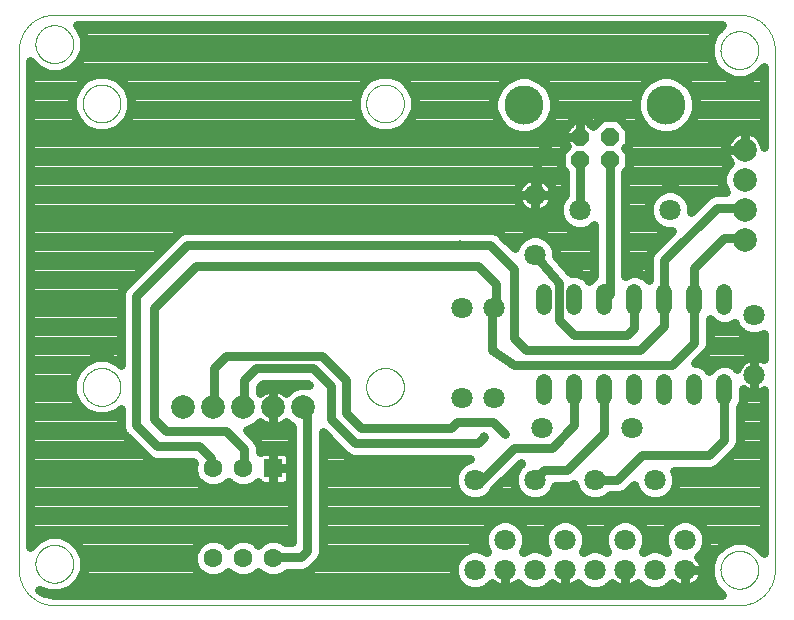
<source format=gbl>
G75*
%MOIN*%
%OFA0B0*%
%FSLAX25Y25*%
%IPPOS*%
%LPD*%
%AMOC8*
5,1,8,0,0,1.08239X$1,22.5*
%
%ADD10C,0.00000*%
%ADD11C,0.07087*%
%ADD12C,0.05200*%
%ADD13OC8,0.05740*%
%ADD14C,0.13055*%
%ADD15C,0.07874*%
%ADD16R,0.06299X0.06299*%
%ADD17C,0.06299*%
%ADD18C,0.03150*%
%ADD19C,0.03150*%
D10*
X0015606Y0017535D02*
X0015606Y0190764D01*
X0015609Y0191049D01*
X0015620Y0191335D01*
X0015637Y0191620D01*
X0015661Y0191904D01*
X0015692Y0192188D01*
X0015730Y0192471D01*
X0015775Y0192752D01*
X0015826Y0193033D01*
X0015884Y0193313D01*
X0015949Y0193591D01*
X0016021Y0193867D01*
X0016099Y0194141D01*
X0016184Y0194414D01*
X0016276Y0194684D01*
X0016374Y0194952D01*
X0016478Y0195218D01*
X0016589Y0195481D01*
X0016706Y0195741D01*
X0016829Y0195999D01*
X0016959Y0196253D01*
X0017095Y0196504D01*
X0017236Y0196752D01*
X0017384Y0196996D01*
X0017537Y0197237D01*
X0017697Y0197473D01*
X0017862Y0197706D01*
X0018032Y0197935D01*
X0018208Y0198160D01*
X0018390Y0198380D01*
X0018576Y0198596D01*
X0018768Y0198807D01*
X0018965Y0199014D01*
X0019167Y0199216D01*
X0019374Y0199413D01*
X0019585Y0199605D01*
X0019801Y0199791D01*
X0020021Y0199973D01*
X0020246Y0200149D01*
X0020475Y0200319D01*
X0020708Y0200484D01*
X0020944Y0200644D01*
X0021185Y0200797D01*
X0021429Y0200945D01*
X0021677Y0201086D01*
X0021928Y0201222D01*
X0022182Y0201352D01*
X0022440Y0201475D01*
X0022700Y0201592D01*
X0022963Y0201703D01*
X0023229Y0201807D01*
X0023497Y0201905D01*
X0023767Y0201997D01*
X0024040Y0202082D01*
X0024314Y0202160D01*
X0024590Y0202232D01*
X0024868Y0202297D01*
X0025148Y0202355D01*
X0025429Y0202406D01*
X0025710Y0202451D01*
X0025993Y0202489D01*
X0026277Y0202520D01*
X0026561Y0202544D01*
X0026846Y0202561D01*
X0027132Y0202572D01*
X0027417Y0202575D01*
X0255764Y0202575D01*
X0249465Y0190764D02*
X0249467Y0190922D01*
X0249473Y0191080D01*
X0249483Y0191238D01*
X0249497Y0191396D01*
X0249515Y0191553D01*
X0249536Y0191710D01*
X0249562Y0191866D01*
X0249592Y0192022D01*
X0249625Y0192177D01*
X0249663Y0192330D01*
X0249704Y0192483D01*
X0249749Y0192635D01*
X0249798Y0192786D01*
X0249851Y0192935D01*
X0249907Y0193083D01*
X0249967Y0193229D01*
X0250031Y0193374D01*
X0250099Y0193517D01*
X0250170Y0193659D01*
X0250244Y0193799D01*
X0250322Y0193936D01*
X0250404Y0194072D01*
X0250488Y0194206D01*
X0250577Y0194337D01*
X0250668Y0194466D01*
X0250763Y0194593D01*
X0250860Y0194718D01*
X0250961Y0194840D01*
X0251065Y0194959D01*
X0251172Y0195076D01*
X0251282Y0195190D01*
X0251395Y0195301D01*
X0251510Y0195410D01*
X0251628Y0195515D01*
X0251749Y0195617D01*
X0251872Y0195717D01*
X0251998Y0195813D01*
X0252126Y0195906D01*
X0252256Y0195996D01*
X0252389Y0196082D01*
X0252524Y0196166D01*
X0252660Y0196245D01*
X0252799Y0196322D01*
X0252940Y0196394D01*
X0253082Y0196464D01*
X0253226Y0196529D01*
X0253372Y0196591D01*
X0253519Y0196649D01*
X0253668Y0196704D01*
X0253818Y0196755D01*
X0253969Y0196802D01*
X0254121Y0196845D01*
X0254274Y0196884D01*
X0254429Y0196920D01*
X0254584Y0196951D01*
X0254740Y0196979D01*
X0254896Y0197003D01*
X0255053Y0197023D01*
X0255211Y0197039D01*
X0255368Y0197051D01*
X0255527Y0197059D01*
X0255685Y0197063D01*
X0255843Y0197063D01*
X0256001Y0197059D01*
X0256160Y0197051D01*
X0256317Y0197039D01*
X0256475Y0197023D01*
X0256632Y0197003D01*
X0256788Y0196979D01*
X0256944Y0196951D01*
X0257099Y0196920D01*
X0257254Y0196884D01*
X0257407Y0196845D01*
X0257559Y0196802D01*
X0257710Y0196755D01*
X0257860Y0196704D01*
X0258009Y0196649D01*
X0258156Y0196591D01*
X0258302Y0196529D01*
X0258446Y0196464D01*
X0258588Y0196394D01*
X0258729Y0196322D01*
X0258868Y0196245D01*
X0259004Y0196166D01*
X0259139Y0196082D01*
X0259272Y0195996D01*
X0259402Y0195906D01*
X0259530Y0195813D01*
X0259656Y0195717D01*
X0259779Y0195617D01*
X0259900Y0195515D01*
X0260018Y0195410D01*
X0260133Y0195301D01*
X0260246Y0195190D01*
X0260356Y0195076D01*
X0260463Y0194959D01*
X0260567Y0194840D01*
X0260668Y0194718D01*
X0260765Y0194593D01*
X0260860Y0194466D01*
X0260951Y0194337D01*
X0261040Y0194206D01*
X0261124Y0194072D01*
X0261206Y0193936D01*
X0261284Y0193799D01*
X0261358Y0193659D01*
X0261429Y0193517D01*
X0261497Y0193374D01*
X0261561Y0193229D01*
X0261621Y0193083D01*
X0261677Y0192935D01*
X0261730Y0192786D01*
X0261779Y0192635D01*
X0261824Y0192483D01*
X0261865Y0192330D01*
X0261903Y0192177D01*
X0261936Y0192022D01*
X0261966Y0191866D01*
X0261992Y0191710D01*
X0262013Y0191553D01*
X0262031Y0191396D01*
X0262045Y0191238D01*
X0262055Y0191080D01*
X0262061Y0190922D01*
X0262063Y0190764D01*
X0262061Y0190606D01*
X0262055Y0190448D01*
X0262045Y0190290D01*
X0262031Y0190132D01*
X0262013Y0189975D01*
X0261992Y0189818D01*
X0261966Y0189662D01*
X0261936Y0189506D01*
X0261903Y0189351D01*
X0261865Y0189198D01*
X0261824Y0189045D01*
X0261779Y0188893D01*
X0261730Y0188742D01*
X0261677Y0188593D01*
X0261621Y0188445D01*
X0261561Y0188299D01*
X0261497Y0188154D01*
X0261429Y0188011D01*
X0261358Y0187869D01*
X0261284Y0187729D01*
X0261206Y0187592D01*
X0261124Y0187456D01*
X0261040Y0187322D01*
X0260951Y0187191D01*
X0260860Y0187062D01*
X0260765Y0186935D01*
X0260668Y0186810D01*
X0260567Y0186688D01*
X0260463Y0186569D01*
X0260356Y0186452D01*
X0260246Y0186338D01*
X0260133Y0186227D01*
X0260018Y0186118D01*
X0259900Y0186013D01*
X0259779Y0185911D01*
X0259656Y0185811D01*
X0259530Y0185715D01*
X0259402Y0185622D01*
X0259272Y0185532D01*
X0259139Y0185446D01*
X0259004Y0185362D01*
X0258868Y0185283D01*
X0258729Y0185206D01*
X0258588Y0185134D01*
X0258446Y0185064D01*
X0258302Y0184999D01*
X0258156Y0184937D01*
X0258009Y0184879D01*
X0257860Y0184824D01*
X0257710Y0184773D01*
X0257559Y0184726D01*
X0257407Y0184683D01*
X0257254Y0184644D01*
X0257099Y0184608D01*
X0256944Y0184577D01*
X0256788Y0184549D01*
X0256632Y0184525D01*
X0256475Y0184505D01*
X0256317Y0184489D01*
X0256160Y0184477D01*
X0256001Y0184469D01*
X0255843Y0184465D01*
X0255685Y0184465D01*
X0255527Y0184469D01*
X0255368Y0184477D01*
X0255211Y0184489D01*
X0255053Y0184505D01*
X0254896Y0184525D01*
X0254740Y0184549D01*
X0254584Y0184577D01*
X0254429Y0184608D01*
X0254274Y0184644D01*
X0254121Y0184683D01*
X0253969Y0184726D01*
X0253818Y0184773D01*
X0253668Y0184824D01*
X0253519Y0184879D01*
X0253372Y0184937D01*
X0253226Y0184999D01*
X0253082Y0185064D01*
X0252940Y0185134D01*
X0252799Y0185206D01*
X0252660Y0185283D01*
X0252524Y0185362D01*
X0252389Y0185446D01*
X0252256Y0185532D01*
X0252126Y0185622D01*
X0251998Y0185715D01*
X0251872Y0185811D01*
X0251749Y0185911D01*
X0251628Y0186013D01*
X0251510Y0186118D01*
X0251395Y0186227D01*
X0251282Y0186338D01*
X0251172Y0186452D01*
X0251065Y0186569D01*
X0250961Y0186688D01*
X0250860Y0186810D01*
X0250763Y0186935D01*
X0250668Y0187062D01*
X0250577Y0187191D01*
X0250488Y0187322D01*
X0250404Y0187456D01*
X0250322Y0187592D01*
X0250244Y0187729D01*
X0250170Y0187869D01*
X0250099Y0188011D01*
X0250031Y0188154D01*
X0249967Y0188299D01*
X0249907Y0188445D01*
X0249851Y0188593D01*
X0249798Y0188742D01*
X0249749Y0188893D01*
X0249704Y0189045D01*
X0249663Y0189198D01*
X0249625Y0189351D01*
X0249592Y0189506D01*
X0249562Y0189662D01*
X0249536Y0189818D01*
X0249515Y0189975D01*
X0249497Y0190132D01*
X0249483Y0190290D01*
X0249473Y0190448D01*
X0249467Y0190606D01*
X0249465Y0190764D01*
X0255764Y0202575D02*
X0256049Y0202572D01*
X0256335Y0202561D01*
X0256620Y0202544D01*
X0256904Y0202520D01*
X0257188Y0202489D01*
X0257471Y0202451D01*
X0257752Y0202406D01*
X0258033Y0202355D01*
X0258313Y0202297D01*
X0258591Y0202232D01*
X0258867Y0202160D01*
X0259141Y0202082D01*
X0259414Y0201997D01*
X0259684Y0201905D01*
X0259952Y0201807D01*
X0260218Y0201703D01*
X0260481Y0201592D01*
X0260741Y0201475D01*
X0260999Y0201352D01*
X0261253Y0201222D01*
X0261504Y0201086D01*
X0261752Y0200945D01*
X0261996Y0200797D01*
X0262237Y0200644D01*
X0262473Y0200484D01*
X0262706Y0200319D01*
X0262935Y0200149D01*
X0263160Y0199973D01*
X0263380Y0199791D01*
X0263596Y0199605D01*
X0263807Y0199413D01*
X0264014Y0199216D01*
X0264216Y0199014D01*
X0264413Y0198807D01*
X0264605Y0198596D01*
X0264791Y0198380D01*
X0264973Y0198160D01*
X0265149Y0197935D01*
X0265319Y0197706D01*
X0265484Y0197473D01*
X0265644Y0197237D01*
X0265797Y0196996D01*
X0265945Y0196752D01*
X0266086Y0196504D01*
X0266222Y0196253D01*
X0266352Y0195999D01*
X0266475Y0195741D01*
X0266592Y0195481D01*
X0266703Y0195218D01*
X0266807Y0194952D01*
X0266905Y0194684D01*
X0266997Y0194414D01*
X0267082Y0194141D01*
X0267160Y0193867D01*
X0267232Y0193591D01*
X0267297Y0193313D01*
X0267355Y0193033D01*
X0267406Y0192752D01*
X0267451Y0192471D01*
X0267489Y0192188D01*
X0267520Y0191904D01*
X0267544Y0191620D01*
X0267561Y0191335D01*
X0267572Y0191049D01*
X0267575Y0190764D01*
X0267575Y0017535D01*
X0249465Y0017535D02*
X0249467Y0017693D01*
X0249473Y0017851D01*
X0249483Y0018009D01*
X0249497Y0018167D01*
X0249515Y0018324D01*
X0249536Y0018481D01*
X0249562Y0018637D01*
X0249592Y0018793D01*
X0249625Y0018948D01*
X0249663Y0019101D01*
X0249704Y0019254D01*
X0249749Y0019406D01*
X0249798Y0019557D01*
X0249851Y0019706D01*
X0249907Y0019854D01*
X0249967Y0020000D01*
X0250031Y0020145D01*
X0250099Y0020288D01*
X0250170Y0020430D01*
X0250244Y0020570D01*
X0250322Y0020707D01*
X0250404Y0020843D01*
X0250488Y0020977D01*
X0250577Y0021108D01*
X0250668Y0021237D01*
X0250763Y0021364D01*
X0250860Y0021489D01*
X0250961Y0021611D01*
X0251065Y0021730D01*
X0251172Y0021847D01*
X0251282Y0021961D01*
X0251395Y0022072D01*
X0251510Y0022181D01*
X0251628Y0022286D01*
X0251749Y0022388D01*
X0251872Y0022488D01*
X0251998Y0022584D01*
X0252126Y0022677D01*
X0252256Y0022767D01*
X0252389Y0022853D01*
X0252524Y0022937D01*
X0252660Y0023016D01*
X0252799Y0023093D01*
X0252940Y0023165D01*
X0253082Y0023235D01*
X0253226Y0023300D01*
X0253372Y0023362D01*
X0253519Y0023420D01*
X0253668Y0023475D01*
X0253818Y0023526D01*
X0253969Y0023573D01*
X0254121Y0023616D01*
X0254274Y0023655D01*
X0254429Y0023691D01*
X0254584Y0023722D01*
X0254740Y0023750D01*
X0254896Y0023774D01*
X0255053Y0023794D01*
X0255211Y0023810D01*
X0255368Y0023822D01*
X0255527Y0023830D01*
X0255685Y0023834D01*
X0255843Y0023834D01*
X0256001Y0023830D01*
X0256160Y0023822D01*
X0256317Y0023810D01*
X0256475Y0023794D01*
X0256632Y0023774D01*
X0256788Y0023750D01*
X0256944Y0023722D01*
X0257099Y0023691D01*
X0257254Y0023655D01*
X0257407Y0023616D01*
X0257559Y0023573D01*
X0257710Y0023526D01*
X0257860Y0023475D01*
X0258009Y0023420D01*
X0258156Y0023362D01*
X0258302Y0023300D01*
X0258446Y0023235D01*
X0258588Y0023165D01*
X0258729Y0023093D01*
X0258868Y0023016D01*
X0259004Y0022937D01*
X0259139Y0022853D01*
X0259272Y0022767D01*
X0259402Y0022677D01*
X0259530Y0022584D01*
X0259656Y0022488D01*
X0259779Y0022388D01*
X0259900Y0022286D01*
X0260018Y0022181D01*
X0260133Y0022072D01*
X0260246Y0021961D01*
X0260356Y0021847D01*
X0260463Y0021730D01*
X0260567Y0021611D01*
X0260668Y0021489D01*
X0260765Y0021364D01*
X0260860Y0021237D01*
X0260951Y0021108D01*
X0261040Y0020977D01*
X0261124Y0020843D01*
X0261206Y0020707D01*
X0261284Y0020570D01*
X0261358Y0020430D01*
X0261429Y0020288D01*
X0261497Y0020145D01*
X0261561Y0020000D01*
X0261621Y0019854D01*
X0261677Y0019706D01*
X0261730Y0019557D01*
X0261779Y0019406D01*
X0261824Y0019254D01*
X0261865Y0019101D01*
X0261903Y0018948D01*
X0261936Y0018793D01*
X0261966Y0018637D01*
X0261992Y0018481D01*
X0262013Y0018324D01*
X0262031Y0018167D01*
X0262045Y0018009D01*
X0262055Y0017851D01*
X0262061Y0017693D01*
X0262063Y0017535D01*
X0262061Y0017377D01*
X0262055Y0017219D01*
X0262045Y0017061D01*
X0262031Y0016903D01*
X0262013Y0016746D01*
X0261992Y0016589D01*
X0261966Y0016433D01*
X0261936Y0016277D01*
X0261903Y0016122D01*
X0261865Y0015969D01*
X0261824Y0015816D01*
X0261779Y0015664D01*
X0261730Y0015513D01*
X0261677Y0015364D01*
X0261621Y0015216D01*
X0261561Y0015070D01*
X0261497Y0014925D01*
X0261429Y0014782D01*
X0261358Y0014640D01*
X0261284Y0014500D01*
X0261206Y0014363D01*
X0261124Y0014227D01*
X0261040Y0014093D01*
X0260951Y0013962D01*
X0260860Y0013833D01*
X0260765Y0013706D01*
X0260668Y0013581D01*
X0260567Y0013459D01*
X0260463Y0013340D01*
X0260356Y0013223D01*
X0260246Y0013109D01*
X0260133Y0012998D01*
X0260018Y0012889D01*
X0259900Y0012784D01*
X0259779Y0012682D01*
X0259656Y0012582D01*
X0259530Y0012486D01*
X0259402Y0012393D01*
X0259272Y0012303D01*
X0259139Y0012217D01*
X0259004Y0012133D01*
X0258868Y0012054D01*
X0258729Y0011977D01*
X0258588Y0011905D01*
X0258446Y0011835D01*
X0258302Y0011770D01*
X0258156Y0011708D01*
X0258009Y0011650D01*
X0257860Y0011595D01*
X0257710Y0011544D01*
X0257559Y0011497D01*
X0257407Y0011454D01*
X0257254Y0011415D01*
X0257099Y0011379D01*
X0256944Y0011348D01*
X0256788Y0011320D01*
X0256632Y0011296D01*
X0256475Y0011276D01*
X0256317Y0011260D01*
X0256160Y0011248D01*
X0256001Y0011240D01*
X0255843Y0011236D01*
X0255685Y0011236D01*
X0255527Y0011240D01*
X0255368Y0011248D01*
X0255211Y0011260D01*
X0255053Y0011276D01*
X0254896Y0011296D01*
X0254740Y0011320D01*
X0254584Y0011348D01*
X0254429Y0011379D01*
X0254274Y0011415D01*
X0254121Y0011454D01*
X0253969Y0011497D01*
X0253818Y0011544D01*
X0253668Y0011595D01*
X0253519Y0011650D01*
X0253372Y0011708D01*
X0253226Y0011770D01*
X0253082Y0011835D01*
X0252940Y0011905D01*
X0252799Y0011977D01*
X0252660Y0012054D01*
X0252524Y0012133D01*
X0252389Y0012217D01*
X0252256Y0012303D01*
X0252126Y0012393D01*
X0251998Y0012486D01*
X0251872Y0012582D01*
X0251749Y0012682D01*
X0251628Y0012784D01*
X0251510Y0012889D01*
X0251395Y0012998D01*
X0251282Y0013109D01*
X0251172Y0013223D01*
X0251065Y0013340D01*
X0250961Y0013459D01*
X0250860Y0013581D01*
X0250763Y0013706D01*
X0250668Y0013833D01*
X0250577Y0013962D01*
X0250488Y0014093D01*
X0250404Y0014227D01*
X0250322Y0014363D01*
X0250244Y0014500D01*
X0250170Y0014640D01*
X0250099Y0014782D01*
X0250031Y0014925D01*
X0249967Y0015070D01*
X0249907Y0015216D01*
X0249851Y0015364D01*
X0249798Y0015513D01*
X0249749Y0015664D01*
X0249704Y0015816D01*
X0249663Y0015969D01*
X0249625Y0016122D01*
X0249592Y0016277D01*
X0249562Y0016433D01*
X0249536Y0016589D01*
X0249515Y0016746D01*
X0249497Y0016903D01*
X0249483Y0017061D01*
X0249473Y0017219D01*
X0249467Y0017377D01*
X0249465Y0017535D01*
X0255764Y0005724D02*
X0256049Y0005727D01*
X0256335Y0005738D01*
X0256620Y0005755D01*
X0256904Y0005779D01*
X0257188Y0005810D01*
X0257471Y0005848D01*
X0257752Y0005893D01*
X0258033Y0005944D01*
X0258313Y0006002D01*
X0258591Y0006067D01*
X0258867Y0006139D01*
X0259141Y0006217D01*
X0259414Y0006302D01*
X0259684Y0006394D01*
X0259952Y0006492D01*
X0260218Y0006596D01*
X0260481Y0006707D01*
X0260741Y0006824D01*
X0260999Y0006947D01*
X0261253Y0007077D01*
X0261504Y0007213D01*
X0261752Y0007354D01*
X0261996Y0007502D01*
X0262237Y0007655D01*
X0262473Y0007815D01*
X0262706Y0007980D01*
X0262935Y0008150D01*
X0263160Y0008326D01*
X0263380Y0008508D01*
X0263596Y0008694D01*
X0263807Y0008886D01*
X0264014Y0009083D01*
X0264216Y0009285D01*
X0264413Y0009492D01*
X0264605Y0009703D01*
X0264791Y0009919D01*
X0264973Y0010139D01*
X0265149Y0010364D01*
X0265319Y0010593D01*
X0265484Y0010826D01*
X0265644Y0011062D01*
X0265797Y0011303D01*
X0265945Y0011547D01*
X0266086Y0011795D01*
X0266222Y0012046D01*
X0266352Y0012300D01*
X0266475Y0012558D01*
X0266592Y0012818D01*
X0266703Y0013081D01*
X0266807Y0013347D01*
X0266905Y0013615D01*
X0266997Y0013885D01*
X0267082Y0014158D01*
X0267160Y0014432D01*
X0267232Y0014708D01*
X0267297Y0014986D01*
X0267355Y0015266D01*
X0267406Y0015547D01*
X0267451Y0015828D01*
X0267489Y0016111D01*
X0267520Y0016395D01*
X0267544Y0016679D01*
X0267561Y0016964D01*
X0267572Y0017250D01*
X0267575Y0017535D01*
X0255764Y0005724D02*
X0027417Y0005724D01*
X0027132Y0005727D01*
X0026846Y0005738D01*
X0026561Y0005755D01*
X0026277Y0005779D01*
X0025993Y0005810D01*
X0025710Y0005848D01*
X0025429Y0005893D01*
X0025148Y0005944D01*
X0024868Y0006002D01*
X0024590Y0006067D01*
X0024314Y0006139D01*
X0024040Y0006217D01*
X0023767Y0006302D01*
X0023497Y0006394D01*
X0023229Y0006492D01*
X0022963Y0006596D01*
X0022700Y0006707D01*
X0022440Y0006824D01*
X0022182Y0006947D01*
X0021928Y0007077D01*
X0021677Y0007213D01*
X0021429Y0007354D01*
X0021185Y0007502D01*
X0020944Y0007655D01*
X0020708Y0007815D01*
X0020475Y0007980D01*
X0020246Y0008150D01*
X0020021Y0008326D01*
X0019801Y0008508D01*
X0019585Y0008694D01*
X0019374Y0008886D01*
X0019167Y0009083D01*
X0018965Y0009285D01*
X0018768Y0009492D01*
X0018576Y0009703D01*
X0018390Y0009919D01*
X0018208Y0010139D01*
X0018032Y0010364D01*
X0017862Y0010593D01*
X0017697Y0010826D01*
X0017537Y0011062D01*
X0017384Y0011303D01*
X0017236Y0011547D01*
X0017095Y0011795D01*
X0016959Y0012046D01*
X0016829Y0012300D01*
X0016706Y0012558D01*
X0016589Y0012818D01*
X0016478Y0013081D01*
X0016374Y0013347D01*
X0016276Y0013615D01*
X0016184Y0013885D01*
X0016099Y0014158D01*
X0016021Y0014432D01*
X0015949Y0014708D01*
X0015884Y0014986D01*
X0015826Y0015266D01*
X0015775Y0015547D01*
X0015730Y0015828D01*
X0015692Y0016111D01*
X0015661Y0016395D01*
X0015637Y0016679D01*
X0015620Y0016964D01*
X0015609Y0017250D01*
X0015606Y0017535D01*
X0021118Y0019535D02*
X0021120Y0019693D01*
X0021126Y0019851D01*
X0021136Y0020009D01*
X0021150Y0020167D01*
X0021168Y0020324D01*
X0021189Y0020481D01*
X0021215Y0020637D01*
X0021245Y0020793D01*
X0021278Y0020948D01*
X0021316Y0021101D01*
X0021357Y0021254D01*
X0021402Y0021406D01*
X0021451Y0021557D01*
X0021504Y0021706D01*
X0021560Y0021854D01*
X0021620Y0022000D01*
X0021684Y0022145D01*
X0021752Y0022288D01*
X0021823Y0022430D01*
X0021897Y0022570D01*
X0021975Y0022707D01*
X0022057Y0022843D01*
X0022141Y0022977D01*
X0022230Y0023108D01*
X0022321Y0023237D01*
X0022416Y0023364D01*
X0022513Y0023489D01*
X0022614Y0023611D01*
X0022718Y0023730D01*
X0022825Y0023847D01*
X0022935Y0023961D01*
X0023048Y0024072D01*
X0023163Y0024181D01*
X0023281Y0024286D01*
X0023402Y0024388D01*
X0023525Y0024488D01*
X0023651Y0024584D01*
X0023779Y0024677D01*
X0023909Y0024767D01*
X0024042Y0024853D01*
X0024177Y0024937D01*
X0024313Y0025016D01*
X0024452Y0025093D01*
X0024593Y0025165D01*
X0024735Y0025235D01*
X0024879Y0025300D01*
X0025025Y0025362D01*
X0025172Y0025420D01*
X0025321Y0025475D01*
X0025471Y0025526D01*
X0025622Y0025573D01*
X0025774Y0025616D01*
X0025927Y0025655D01*
X0026082Y0025691D01*
X0026237Y0025722D01*
X0026393Y0025750D01*
X0026549Y0025774D01*
X0026706Y0025794D01*
X0026864Y0025810D01*
X0027021Y0025822D01*
X0027180Y0025830D01*
X0027338Y0025834D01*
X0027496Y0025834D01*
X0027654Y0025830D01*
X0027813Y0025822D01*
X0027970Y0025810D01*
X0028128Y0025794D01*
X0028285Y0025774D01*
X0028441Y0025750D01*
X0028597Y0025722D01*
X0028752Y0025691D01*
X0028907Y0025655D01*
X0029060Y0025616D01*
X0029212Y0025573D01*
X0029363Y0025526D01*
X0029513Y0025475D01*
X0029662Y0025420D01*
X0029809Y0025362D01*
X0029955Y0025300D01*
X0030099Y0025235D01*
X0030241Y0025165D01*
X0030382Y0025093D01*
X0030521Y0025016D01*
X0030657Y0024937D01*
X0030792Y0024853D01*
X0030925Y0024767D01*
X0031055Y0024677D01*
X0031183Y0024584D01*
X0031309Y0024488D01*
X0031432Y0024388D01*
X0031553Y0024286D01*
X0031671Y0024181D01*
X0031786Y0024072D01*
X0031899Y0023961D01*
X0032009Y0023847D01*
X0032116Y0023730D01*
X0032220Y0023611D01*
X0032321Y0023489D01*
X0032418Y0023364D01*
X0032513Y0023237D01*
X0032604Y0023108D01*
X0032693Y0022977D01*
X0032777Y0022843D01*
X0032859Y0022707D01*
X0032937Y0022570D01*
X0033011Y0022430D01*
X0033082Y0022288D01*
X0033150Y0022145D01*
X0033214Y0022000D01*
X0033274Y0021854D01*
X0033330Y0021706D01*
X0033383Y0021557D01*
X0033432Y0021406D01*
X0033477Y0021254D01*
X0033518Y0021101D01*
X0033556Y0020948D01*
X0033589Y0020793D01*
X0033619Y0020637D01*
X0033645Y0020481D01*
X0033666Y0020324D01*
X0033684Y0020167D01*
X0033698Y0020009D01*
X0033708Y0019851D01*
X0033714Y0019693D01*
X0033716Y0019535D01*
X0033714Y0019377D01*
X0033708Y0019219D01*
X0033698Y0019061D01*
X0033684Y0018903D01*
X0033666Y0018746D01*
X0033645Y0018589D01*
X0033619Y0018433D01*
X0033589Y0018277D01*
X0033556Y0018122D01*
X0033518Y0017969D01*
X0033477Y0017816D01*
X0033432Y0017664D01*
X0033383Y0017513D01*
X0033330Y0017364D01*
X0033274Y0017216D01*
X0033214Y0017070D01*
X0033150Y0016925D01*
X0033082Y0016782D01*
X0033011Y0016640D01*
X0032937Y0016500D01*
X0032859Y0016363D01*
X0032777Y0016227D01*
X0032693Y0016093D01*
X0032604Y0015962D01*
X0032513Y0015833D01*
X0032418Y0015706D01*
X0032321Y0015581D01*
X0032220Y0015459D01*
X0032116Y0015340D01*
X0032009Y0015223D01*
X0031899Y0015109D01*
X0031786Y0014998D01*
X0031671Y0014889D01*
X0031553Y0014784D01*
X0031432Y0014682D01*
X0031309Y0014582D01*
X0031183Y0014486D01*
X0031055Y0014393D01*
X0030925Y0014303D01*
X0030792Y0014217D01*
X0030657Y0014133D01*
X0030521Y0014054D01*
X0030382Y0013977D01*
X0030241Y0013905D01*
X0030099Y0013835D01*
X0029955Y0013770D01*
X0029809Y0013708D01*
X0029662Y0013650D01*
X0029513Y0013595D01*
X0029363Y0013544D01*
X0029212Y0013497D01*
X0029060Y0013454D01*
X0028907Y0013415D01*
X0028752Y0013379D01*
X0028597Y0013348D01*
X0028441Y0013320D01*
X0028285Y0013296D01*
X0028128Y0013276D01*
X0027970Y0013260D01*
X0027813Y0013248D01*
X0027654Y0013240D01*
X0027496Y0013236D01*
X0027338Y0013236D01*
X0027180Y0013240D01*
X0027021Y0013248D01*
X0026864Y0013260D01*
X0026706Y0013276D01*
X0026549Y0013296D01*
X0026393Y0013320D01*
X0026237Y0013348D01*
X0026082Y0013379D01*
X0025927Y0013415D01*
X0025774Y0013454D01*
X0025622Y0013497D01*
X0025471Y0013544D01*
X0025321Y0013595D01*
X0025172Y0013650D01*
X0025025Y0013708D01*
X0024879Y0013770D01*
X0024735Y0013835D01*
X0024593Y0013905D01*
X0024452Y0013977D01*
X0024313Y0014054D01*
X0024177Y0014133D01*
X0024042Y0014217D01*
X0023909Y0014303D01*
X0023779Y0014393D01*
X0023651Y0014486D01*
X0023525Y0014582D01*
X0023402Y0014682D01*
X0023281Y0014784D01*
X0023163Y0014889D01*
X0023048Y0014998D01*
X0022935Y0015109D01*
X0022825Y0015223D01*
X0022718Y0015340D01*
X0022614Y0015459D01*
X0022513Y0015581D01*
X0022416Y0015706D01*
X0022321Y0015833D01*
X0022230Y0015962D01*
X0022141Y0016093D01*
X0022057Y0016227D01*
X0021975Y0016363D01*
X0021897Y0016500D01*
X0021823Y0016640D01*
X0021752Y0016782D01*
X0021684Y0016925D01*
X0021620Y0017070D01*
X0021560Y0017216D01*
X0021504Y0017364D01*
X0021451Y0017513D01*
X0021402Y0017664D01*
X0021357Y0017816D01*
X0021316Y0017969D01*
X0021278Y0018122D01*
X0021245Y0018277D01*
X0021215Y0018433D01*
X0021189Y0018589D01*
X0021168Y0018746D01*
X0021150Y0018903D01*
X0021136Y0019061D01*
X0021126Y0019219D01*
X0021120Y0019377D01*
X0021118Y0019535D01*
X0036866Y0078480D02*
X0036868Y0078638D01*
X0036874Y0078796D01*
X0036884Y0078954D01*
X0036898Y0079112D01*
X0036916Y0079269D01*
X0036937Y0079426D01*
X0036963Y0079582D01*
X0036993Y0079738D01*
X0037026Y0079893D01*
X0037064Y0080046D01*
X0037105Y0080199D01*
X0037150Y0080351D01*
X0037199Y0080502D01*
X0037252Y0080651D01*
X0037308Y0080799D01*
X0037368Y0080945D01*
X0037432Y0081090D01*
X0037500Y0081233D01*
X0037571Y0081375D01*
X0037645Y0081515D01*
X0037723Y0081652D01*
X0037805Y0081788D01*
X0037889Y0081922D01*
X0037978Y0082053D01*
X0038069Y0082182D01*
X0038164Y0082309D01*
X0038261Y0082434D01*
X0038362Y0082556D01*
X0038466Y0082675D01*
X0038573Y0082792D01*
X0038683Y0082906D01*
X0038796Y0083017D01*
X0038911Y0083126D01*
X0039029Y0083231D01*
X0039150Y0083333D01*
X0039273Y0083433D01*
X0039399Y0083529D01*
X0039527Y0083622D01*
X0039657Y0083712D01*
X0039790Y0083798D01*
X0039925Y0083882D01*
X0040061Y0083961D01*
X0040200Y0084038D01*
X0040341Y0084110D01*
X0040483Y0084180D01*
X0040627Y0084245D01*
X0040773Y0084307D01*
X0040920Y0084365D01*
X0041069Y0084420D01*
X0041219Y0084471D01*
X0041370Y0084518D01*
X0041522Y0084561D01*
X0041675Y0084600D01*
X0041830Y0084636D01*
X0041985Y0084667D01*
X0042141Y0084695D01*
X0042297Y0084719D01*
X0042454Y0084739D01*
X0042612Y0084755D01*
X0042769Y0084767D01*
X0042928Y0084775D01*
X0043086Y0084779D01*
X0043244Y0084779D01*
X0043402Y0084775D01*
X0043561Y0084767D01*
X0043718Y0084755D01*
X0043876Y0084739D01*
X0044033Y0084719D01*
X0044189Y0084695D01*
X0044345Y0084667D01*
X0044500Y0084636D01*
X0044655Y0084600D01*
X0044808Y0084561D01*
X0044960Y0084518D01*
X0045111Y0084471D01*
X0045261Y0084420D01*
X0045410Y0084365D01*
X0045557Y0084307D01*
X0045703Y0084245D01*
X0045847Y0084180D01*
X0045989Y0084110D01*
X0046130Y0084038D01*
X0046269Y0083961D01*
X0046405Y0083882D01*
X0046540Y0083798D01*
X0046673Y0083712D01*
X0046803Y0083622D01*
X0046931Y0083529D01*
X0047057Y0083433D01*
X0047180Y0083333D01*
X0047301Y0083231D01*
X0047419Y0083126D01*
X0047534Y0083017D01*
X0047647Y0082906D01*
X0047757Y0082792D01*
X0047864Y0082675D01*
X0047968Y0082556D01*
X0048069Y0082434D01*
X0048166Y0082309D01*
X0048261Y0082182D01*
X0048352Y0082053D01*
X0048441Y0081922D01*
X0048525Y0081788D01*
X0048607Y0081652D01*
X0048685Y0081515D01*
X0048759Y0081375D01*
X0048830Y0081233D01*
X0048898Y0081090D01*
X0048962Y0080945D01*
X0049022Y0080799D01*
X0049078Y0080651D01*
X0049131Y0080502D01*
X0049180Y0080351D01*
X0049225Y0080199D01*
X0049266Y0080046D01*
X0049304Y0079893D01*
X0049337Y0079738D01*
X0049367Y0079582D01*
X0049393Y0079426D01*
X0049414Y0079269D01*
X0049432Y0079112D01*
X0049446Y0078954D01*
X0049456Y0078796D01*
X0049462Y0078638D01*
X0049464Y0078480D01*
X0049462Y0078322D01*
X0049456Y0078164D01*
X0049446Y0078006D01*
X0049432Y0077848D01*
X0049414Y0077691D01*
X0049393Y0077534D01*
X0049367Y0077378D01*
X0049337Y0077222D01*
X0049304Y0077067D01*
X0049266Y0076914D01*
X0049225Y0076761D01*
X0049180Y0076609D01*
X0049131Y0076458D01*
X0049078Y0076309D01*
X0049022Y0076161D01*
X0048962Y0076015D01*
X0048898Y0075870D01*
X0048830Y0075727D01*
X0048759Y0075585D01*
X0048685Y0075445D01*
X0048607Y0075308D01*
X0048525Y0075172D01*
X0048441Y0075038D01*
X0048352Y0074907D01*
X0048261Y0074778D01*
X0048166Y0074651D01*
X0048069Y0074526D01*
X0047968Y0074404D01*
X0047864Y0074285D01*
X0047757Y0074168D01*
X0047647Y0074054D01*
X0047534Y0073943D01*
X0047419Y0073834D01*
X0047301Y0073729D01*
X0047180Y0073627D01*
X0047057Y0073527D01*
X0046931Y0073431D01*
X0046803Y0073338D01*
X0046673Y0073248D01*
X0046540Y0073162D01*
X0046405Y0073078D01*
X0046269Y0072999D01*
X0046130Y0072922D01*
X0045989Y0072850D01*
X0045847Y0072780D01*
X0045703Y0072715D01*
X0045557Y0072653D01*
X0045410Y0072595D01*
X0045261Y0072540D01*
X0045111Y0072489D01*
X0044960Y0072442D01*
X0044808Y0072399D01*
X0044655Y0072360D01*
X0044500Y0072324D01*
X0044345Y0072293D01*
X0044189Y0072265D01*
X0044033Y0072241D01*
X0043876Y0072221D01*
X0043718Y0072205D01*
X0043561Y0072193D01*
X0043402Y0072185D01*
X0043244Y0072181D01*
X0043086Y0072181D01*
X0042928Y0072185D01*
X0042769Y0072193D01*
X0042612Y0072205D01*
X0042454Y0072221D01*
X0042297Y0072241D01*
X0042141Y0072265D01*
X0041985Y0072293D01*
X0041830Y0072324D01*
X0041675Y0072360D01*
X0041522Y0072399D01*
X0041370Y0072442D01*
X0041219Y0072489D01*
X0041069Y0072540D01*
X0040920Y0072595D01*
X0040773Y0072653D01*
X0040627Y0072715D01*
X0040483Y0072780D01*
X0040341Y0072850D01*
X0040200Y0072922D01*
X0040061Y0072999D01*
X0039925Y0073078D01*
X0039790Y0073162D01*
X0039657Y0073248D01*
X0039527Y0073338D01*
X0039399Y0073431D01*
X0039273Y0073527D01*
X0039150Y0073627D01*
X0039029Y0073729D01*
X0038911Y0073834D01*
X0038796Y0073943D01*
X0038683Y0074054D01*
X0038573Y0074168D01*
X0038466Y0074285D01*
X0038362Y0074404D01*
X0038261Y0074526D01*
X0038164Y0074651D01*
X0038069Y0074778D01*
X0037978Y0074907D01*
X0037889Y0075038D01*
X0037805Y0075172D01*
X0037723Y0075308D01*
X0037645Y0075445D01*
X0037571Y0075585D01*
X0037500Y0075727D01*
X0037432Y0075870D01*
X0037368Y0076015D01*
X0037308Y0076161D01*
X0037252Y0076309D01*
X0037199Y0076458D01*
X0037150Y0076609D01*
X0037105Y0076761D01*
X0037064Y0076914D01*
X0037026Y0077067D01*
X0036993Y0077222D01*
X0036963Y0077378D01*
X0036937Y0077534D01*
X0036916Y0077691D01*
X0036898Y0077848D01*
X0036884Y0078006D01*
X0036874Y0078164D01*
X0036868Y0078322D01*
X0036866Y0078480D01*
X0131355Y0078480D02*
X0131357Y0078638D01*
X0131363Y0078796D01*
X0131373Y0078954D01*
X0131387Y0079112D01*
X0131405Y0079269D01*
X0131426Y0079426D01*
X0131452Y0079582D01*
X0131482Y0079738D01*
X0131515Y0079893D01*
X0131553Y0080046D01*
X0131594Y0080199D01*
X0131639Y0080351D01*
X0131688Y0080502D01*
X0131741Y0080651D01*
X0131797Y0080799D01*
X0131857Y0080945D01*
X0131921Y0081090D01*
X0131989Y0081233D01*
X0132060Y0081375D01*
X0132134Y0081515D01*
X0132212Y0081652D01*
X0132294Y0081788D01*
X0132378Y0081922D01*
X0132467Y0082053D01*
X0132558Y0082182D01*
X0132653Y0082309D01*
X0132750Y0082434D01*
X0132851Y0082556D01*
X0132955Y0082675D01*
X0133062Y0082792D01*
X0133172Y0082906D01*
X0133285Y0083017D01*
X0133400Y0083126D01*
X0133518Y0083231D01*
X0133639Y0083333D01*
X0133762Y0083433D01*
X0133888Y0083529D01*
X0134016Y0083622D01*
X0134146Y0083712D01*
X0134279Y0083798D01*
X0134414Y0083882D01*
X0134550Y0083961D01*
X0134689Y0084038D01*
X0134830Y0084110D01*
X0134972Y0084180D01*
X0135116Y0084245D01*
X0135262Y0084307D01*
X0135409Y0084365D01*
X0135558Y0084420D01*
X0135708Y0084471D01*
X0135859Y0084518D01*
X0136011Y0084561D01*
X0136164Y0084600D01*
X0136319Y0084636D01*
X0136474Y0084667D01*
X0136630Y0084695D01*
X0136786Y0084719D01*
X0136943Y0084739D01*
X0137101Y0084755D01*
X0137258Y0084767D01*
X0137417Y0084775D01*
X0137575Y0084779D01*
X0137733Y0084779D01*
X0137891Y0084775D01*
X0138050Y0084767D01*
X0138207Y0084755D01*
X0138365Y0084739D01*
X0138522Y0084719D01*
X0138678Y0084695D01*
X0138834Y0084667D01*
X0138989Y0084636D01*
X0139144Y0084600D01*
X0139297Y0084561D01*
X0139449Y0084518D01*
X0139600Y0084471D01*
X0139750Y0084420D01*
X0139899Y0084365D01*
X0140046Y0084307D01*
X0140192Y0084245D01*
X0140336Y0084180D01*
X0140478Y0084110D01*
X0140619Y0084038D01*
X0140758Y0083961D01*
X0140894Y0083882D01*
X0141029Y0083798D01*
X0141162Y0083712D01*
X0141292Y0083622D01*
X0141420Y0083529D01*
X0141546Y0083433D01*
X0141669Y0083333D01*
X0141790Y0083231D01*
X0141908Y0083126D01*
X0142023Y0083017D01*
X0142136Y0082906D01*
X0142246Y0082792D01*
X0142353Y0082675D01*
X0142457Y0082556D01*
X0142558Y0082434D01*
X0142655Y0082309D01*
X0142750Y0082182D01*
X0142841Y0082053D01*
X0142930Y0081922D01*
X0143014Y0081788D01*
X0143096Y0081652D01*
X0143174Y0081515D01*
X0143248Y0081375D01*
X0143319Y0081233D01*
X0143387Y0081090D01*
X0143451Y0080945D01*
X0143511Y0080799D01*
X0143567Y0080651D01*
X0143620Y0080502D01*
X0143669Y0080351D01*
X0143714Y0080199D01*
X0143755Y0080046D01*
X0143793Y0079893D01*
X0143826Y0079738D01*
X0143856Y0079582D01*
X0143882Y0079426D01*
X0143903Y0079269D01*
X0143921Y0079112D01*
X0143935Y0078954D01*
X0143945Y0078796D01*
X0143951Y0078638D01*
X0143953Y0078480D01*
X0143951Y0078322D01*
X0143945Y0078164D01*
X0143935Y0078006D01*
X0143921Y0077848D01*
X0143903Y0077691D01*
X0143882Y0077534D01*
X0143856Y0077378D01*
X0143826Y0077222D01*
X0143793Y0077067D01*
X0143755Y0076914D01*
X0143714Y0076761D01*
X0143669Y0076609D01*
X0143620Y0076458D01*
X0143567Y0076309D01*
X0143511Y0076161D01*
X0143451Y0076015D01*
X0143387Y0075870D01*
X0143319Y0075727D01*
X0143248Y0075585D01*
X0143174Y0075445D01*
X0143096Y0075308D01*
X0143014Y0075172D01*
X0142930Y0075038D01*
X0142841Y0074907D01*
X0142750Y0074778D01*
X0142655Y0074651D01*
X0142558Y0074526D01*
X0142457Y0074404D01*
X0142353Y0074285D01*
X0142246Y0074168D01*
X0142136Y0074054D01*
X0142023Y0073943D01*
X0141908Y0073834D01*
X0141790Y0073729D01*
X0141669Y0073627D01*
X0141546Y0073527D01*
X0141420Y0073431D01*
X0141292Y0073338D01*
X0141162Y0073248D01*
X0141029Y0073162D01*
X0140894Y0073078D01*
X0140758Y0072999D01*
X0140619Y0072922D01*
X0140478Y0072850D01*
X0140336Y0072780D01*
X0140192Y0072715D01*
X0140046Y0072653D01*
X0139899Y0072595D01*
X0139750Y0072540D01*
X0139600Y0072489D01*
X0139449Y0072442D01*
X0139297Y0072399D01*
X0139144Y0072360D01*
X0138989Y0072324D01*
X0138834Y0072293D01*
X0138678Y0072265D01*
X0138522Y0072241D01*
X0138365Y0072221D01*
X0138207Y0072205D01*
X0138050Y0072193D01*
X0137891Y0072185D01*
X0137733Y0072181D01*
X0137575Y0072181D01*
X0137417Y0072185D01*
X0137258Y0072193D01*
X0137101Y0072205D01*
X0136943Y0072221D01*
X0136786Y0072241D01*
X0136630Y0072265D01*
X0136474Y0072293D01*
X0136319Y0072324D01*
X0136164Y0072360D01*
X0136011Y0072399D01*
X0135859Y0072442D01*
X0135708Y0072489D01*
X0135558Y0072540D01*
X0135409Y0072595D01*
X0135262Y0072653D01*
X0135116Y0072715D01*
X0134972Y0072780D01*
X0134830Y0072850D01*
X0134689Y0072922D01*
X0134550Y0072999D01*
X0134414Y0073078D01*
X0134279Y0073162D01*
X0134146Y0073248D01*
X0134016Y0073338D01*
X0133888Y0073431D01*
X0133762Y0073527D01*
X0133639Y0073627D01*
X0133518Y0073729D01*
X0133400Y0073834D01*
X0133285Y0073943D01*
X0133172Y0074054D01*
X0133062Y0074168D01*
X0132955Y0074285D01*
X0132851Y0074404D01*
X0132750Y0074526D01*
X0132653Y0074651D01*
X0132558Y0074778D01*
X0132467Y0074907D01*
X0132378Y0075038D01*
X0132294Y0075172D01*
X0132212Y0075308D01*
X0132134Y0075445D01*
X0132060Y0075585D01*
X0131989Y0075727D01*
X0131921Y0075870D01*
X0131857Y0076015D01*
X0131797Y0076161D01*
X0131741Y0076309D01*
X0131688Y0076458D01*
X0131639Y0076609D01*
X0131594Y0076761D01*
X0131553Y0076914D01*
X0131515Y0077067D01*
X0131482Y0077222D01*
X0131452Y0077378D01*
X0131426Y0077534D01*
X0131405Y0077691D01*
X0131387Y0077848D01*
X0131373Y0078006D01*
X0131363Y0078164D01*
X0131357Y0078322D01*
X0131355Y0078480D01*
X0131355Y0172969D02*
X0131357Y0173127D01*
X0131363Y0173285D01*
X0131373Y0173443D01*
X0131387Y0173601D01*
X0131405Y0173758D01*
X0131426Y0173915D01*
X0131452Y0174071D01*
X0131482Y0174227D01*
X0131515Y0174382D01*
X0131553Y0174535D01*
X0131594Y0174688D01*
X0131639Y0174840D01*
X0131688Y0174991D01*
X0131741Y0175140D01*
X0131797Y0175288D01*
X0131857Y0175434D01*
X0131921Y0175579D01*
X0131989Y0175722D01*
X0132060Y0175864D01*
X0132134Y0176004D01*
X0132212Y0176141D01*
X0132294Y0176277D01*
X0132378Y0176411D01*
X0132467Y0176542D01*
X0132558Y0176671D01*
X0132653Y0176798D01*
X0132750Y0176923D01*
X0132851Y0177045D01*
X0132955Y0177164D01*
X0133062Y0177281D01*
X0133172Y0177395D01*
X0133285Y0177506D01*
X0133400Y0177615D01*
X0133518Y0177720D01*
X0133639Y0177822D01*
X0133762Y0177922D01*
X0133888Y0178018D01*
X0134016Y0178111D01*
X0134146Y0178201D01*
X0134279Y0178287D01*
X0134414Y0178371D01*
X0134550Y0178450D01*
X0134689Y0178527D01*
X0134830Y0178599D01*
X0134972Y0178669D01*
X0135116Y0178734D01*
X0135262Y0178796D01*
X0135409Y0178854D01*
X0135558Y0178909D01*
X0135708Y0178960D01*
X0135859Y0179007D01*
X0136011Y0179050D01*
X0136164Y0179089D01*
X0136319Y0179125D01*
X0136474Y0179156D01*
X0136630Y0179184D01*
X0136786Y0179208D01*
X0136943Y0179228D01*
X0137101Y0179244D01*
X0137258Y0179256D01*
X0137417Y0179264D01*
X0137575Y0179268D01*
X0137733Y0179268D01*
X0137891Y0179264D01*
X0138050Y0179256D01*
X0138207Y0179244D01*
X0138365Y0179228D01*
X0138522Y0179208D01*
X0138678Y0179184D01*
X0138834Y0179156D01*
X0138989Y0179125D01*
X0139144Y0179089D01*
X0139297Y0179050D01*
X0139449Y0179007D01*
X0139600Y0178960D01*
X0139750Y0178909D01*
X0139899Y0178854D01*
X0140046Y0178796D01*
X0140192Y0178734D01*
X0140336Y0178669D01*
X0140478Y0178599D01*
X0140619Y0178527D01*
X0140758Y0178450D01*
X0140894Y0178371D01*
X0141029Y0178287D01*
X0141162Y0178201D01*
X0141292Y0178111D01*
X0141420Y0178018D01*
X0141546Y0177922D01*
X0141669Y0177822D01*
X0141790Y0177720D01*
X0141908Y0177615D01*
X0142023Y0177506D01*
X0142136Y0177395D01*
X0142246Y0177281D01*
X0142353Y0177164D01*
X0142457Y0177045D01*
X0142558Y0176923D01*
X0142655Y0176798D01*
X0142750Y0176671D01*
X0142841Y0176542D01*
X0142930Y0176411D01*
X0143014Y0176277D01*
X0143096Y0176141D01*
X0143174Y0176004D01*
X0143248Y0175864D01*
X0143319Y0175722D01*
X0143387Y0175579D01*
X0143451Y0175434D01*
X0143511Y0175288D01*
X0143567Y0175140D01*
X0143620Y0174991D01*
X0143669Y0174840D01*
X0143714Y0174688D01*
X0143755Y0174535D01*
X0143793Y0174382D01*
X0143826Y0174227D01*
X0143856Y0174071D01*
X0143882Y0173915D01*
X0143903Y0173758D01*
X0143921Y0173601D01*
X0143935Y0173443D01*
X0143945Y0173285D01*
X0143951Y0173127D01*
X0143953Y0172969D01*
X0143951Y0172811D01*
X0143945Y0172653D01*
X0143935Y0172495D01*
X0143921Y0172337D01*
X0143903Y0172180D01*
X0143882Y0172023D01*
X0143856Y0171867D01*
X0143826Y0171711D01*
X0143793Y0171556D01*
X0143755Y0171403D01*
X0143714Y0171250D01*
X0143669Y0171098D01*
X0143620Y0170947D01*
X0143567Y0170798D01*
X0143511Y0170650D01*
X0143451Y0170504D01*
X0143387Y0170359D01*
X0143319Y0170216D01*
X0143248Y0170074D01*
X0143174Y0169934D01*
X0143096Y0169797D01*
X0143014Y0169661D01*
X0142930Y0169527D01*
X0142841Y0169396D01*
X0142750Y0169267D01*
X0142655Y0169140D01*
X0142558Y0169015D01*
X0142457Y0168893D01*
X0142353Y0168774D01*
X0142246Y0168657D01*
X0142136Y0168543D01*
X0142023Y0168432D01*
X0141908Y0168323D01*
X0141790Y0168218D01*
X0141669Y0168116D01*
X0141546Y0168016D01*
X0141420Y0167920D01*
X0141292Y0167827D01*
X0141162Y0167737D01*
X0141029Y0167651D01*
X0140894Y0167567D01*
X0140758Y0167488D01*
X0140619Y0167411D01*
X0140478Y0167339D01*
X0140336Y0167269D01*
X0140192Y0167204D01*
X0140046Y0167142D01*
X0139899Y0167084D01*
X0139750Y0167029D01*
X0139600Y0166978D01*
X0139449Y0166931D01*
X0139297Y0166888D01*
X0139144Y0166849D01*
X0138989Y0166813D01*
X0138834Y0166782D01*
X0138678Y0166754D01*
X0138522Y0166730D01*
X0138365Y0166710D01*
X0138207Y0166694D01*
X0138050Y0166682D01*
X0137891Y0166674D01*
X0137733Y0166670D01*
X0137575Y0166670D01*
X0137417Y0166674D01*
X0137258Y0166682D01*
X0137101Y0166694D01*
X0136943Y0166710D01*
X0136786Y0166730D01*
X0136630Y0166754D01*
X0136474Y0166782D01*
X0136319Y0166813D01*
X0136164Y0166849D01*
X0136011Y0166888D01*
X0135859Y0166931D01*
X0135708Y0166978D01*
X0135558Y0167029D01*
X0135409Y0167084D01*
X0135262Y0167142D01*
X0135116Y0167204D01*
X0134972Y0167269D01*
X0134830Y0167339D01*
X0134689Y0167411D01*
X0134550Y0167488D01*
X0134414Y0167567D01*
X0134279Y0167651D01*
X0134146Y0167737D01*
X0134016Y0167827D01*
X0133888Y0167920D01*
X0133762Y0168016D01*
X0133639Y0168116D01*
X0133518Y0168218D01*
X0133400Y0168323D01*
X0133285Y0168432D01*
X0133172Y0168543D01*
X0133062Y0168657D01*
X0132955Y0168774D01*
X0132851Y0168893D01*
X0132750Y0169015D01*
X0132653Y0169140D01*
X0132558Y0169267D01*
X0132467Y0169396D01*
X0132378Y0169527D01*
X0132294Y0169661D01*
X0132212Y0169797D01*
X0132134Y0169934D01*
X0132060Y0170074D01*
X0131989Y0170216D01*
X0131921Y0170359D01*
X0131857Y0170504D01*
X0131797Y0170650D01*
X0131741Y0170798D01*
X0131688Y0170947D01*
X0131639Y0171098D01*
X0131594Y0171250D01*
X0131553Y0171403D01*
X0131515Y0171556D01*
X0131482Y0171711D01*
X0131452Y0171867D01*
X0131426Y0172023D01*
X0131405Y0172180D01*
X0131387Y0172337D01*
X0131373Y0172495D01*
X0131363Y0172653D01*
X0131357Y0172811D01*
X0131355Y0172969D01*
X0036866Y0172969D02*
X0036868Y0173127D01*
X0036874Y0173285D01*
X0036884Y0173443D01*
X0036898Y0173601D01*
X0036916Y0173758D01*
X0036937Y0173915D01*
X0036963Y0174071D01*
X0036993Y0174227D01*
X0037026Y0174382D01*
X0037064Y0174535D01*
X0037105Y0174688D01*
X0037150Y0174840D01*
X0037199Y0174991D01*
X0037252Y0175140D01*
X0037308Y0175288D01*
X0037368Y0175434D01*
X0037432Y0175579D01*
X0037500Y0175722D01*
X0037571Y0175864D01*
X0037645Y0176004D01*
X0037723Y0176141D01*
X0037805Y0176277D01*
X0037889Y0176411D01*
X0037978Y0176542D01*
X0038069Y0176671D01*
X0038164Y0176798D01*
X0038261Y0176923D01*
X0038362Y0177045D01*
X0038466Y0177164D01*
X0038573Y0177281D01*
X0038683Y0177395D01*
X0038796Y0177506D01*
X0038911Y0177615D01*
X0039029Y0177720D01*
X0039150Y0177822D01*
X0039273Y0177922D01*
X0039399Y0178018D01*
X0039527Y0178111D01*
X0039657Y0178201D01*
X0039790Y0178287D01*
X0039925Y0178371D01*
X0040061Y0178450D01*
X0040200Y0178527D01*
X0040341Y0178599D01*
X0040483Y0178669D01*
X0040627Y0178734D01*
X0040773Y0178796D01*
X0040920Y0178854D01*
X0041069Y0178909D01*
X0041219Y0178960D01*
X0041370Y0179007D01*
X0041522Y0179050D01*
X0041675Y0179089D01*
X0041830Y0179125D01*
X0041985Y0179156D01*
X0042141Y0179184D01*
X0042297Y0179208D01*
X0042454Y0179228D01*
X0042612Y0179244D01*
X0042769Y0179256D01*
X0042928Y0179264D01*
X0043086Y0179268D01*
X0043244Y0179268D01*
X0043402Y0179264D01*
X0043561Y0179256D01*
X0043718Y0179244D01*
X0043876Y0179228D01*
X0044033Y0179208D01*
X0044189Y0179184D01*
X0044345Y0179156D01*
X0044500Y0179125D01*
X0044655Y0179089D01*
X0044808Y0179050D01*
X0044960Y0179007D01*
X0045111Y0178960D01*
X0045261Y0178909D01*
X0045410Y0178854D01*
X0045557Y0178796D01*
X0045703Y0178734D01*
X0045847Y0178669D01*
X0045989Y0178599D01*
X0046130Y0178527D01*
X0046269Y0178450D01*
X0046405Y0178371D01*
X0046540Y0178287D01*
X0046673Y0178201D01*
X0046803Y0178111D01*
X0046931Y0178018D01*
X0047057Y0177922D01*
X0047180Y0177822D01*
X0047301Y0177720D01*
X0047419Y0177615D01*
X0047534Y0177506D01*
X0047647Y0177395D01*
X0047757Y0177281D01*
X0047864Y0177164D01*
X0047968Y0177045D01*
X0048069Y0176923D01*
X0048166Y0176798D01*
X0048261Y0176671D01*
X0048352Y0176542D01*
X0048441Y0176411D01*
X0048525Y0176277D01*
X0048607Y0176141D01*
X0048685Y0176004D01*
X0048759Y0175864D01*
X0048830Y0175722D01*
X0048898Y0175579D01*
X0048962Y0175434D01*
X0049022Y0175288D01*
X0049078Y0175140D01*
X0049131Y0174991D01*
X0049180Y0174840D01*
X0049225Y0174688D01*
X0049266Y0174535D01*
X0049304Y0174382D01*
X0049337Y0174227D01*
X0049367Y0174071D01*
X0049393Y0173915D01*
X0049414Y0173758D01*
X0049432Y0173601D01*
X0049446Y0173443D01*
X0049456Y0173285D01*
X0049462Y0173127D01*
X0049464Y0172969D01*
X0049462Y0172811D01*
X0049456Y0172653D01*
X0049446Y0172495D01*
X0049432Y0172337D01*
X0049414Y0172180D01*
X0049393Y0172023D01*
X0049367Y0171867D01*
X0049337Y0171711D01*
X0049304Y0171556D01*
X0049266Y0171403D01*
X0049225Y0171250D01*
X0049180Y0171098D01*
X0049131Y0170947D01*
X0049078Y0170798D01*
X0049022Y0170650D01*
X0048962Y0170504D01*
X0048898Y0170359D01*
X0048830Y0170216D01*
X0048759Y0170074D01*
X0048685Y0169934D01*
X0048607Y0169797D01*
X0048525Y0169661D01*
X0048441Y0169527D01*
X0048352Y0169396D01*
X0048261Y0169267D01*
X0048166Y0169140D01*
X0048069Y0169015D01*
X0047968Y0168893D01*
X0047864Y0168774D01*
X0047757Y0168657D01*
X0047647Y0168543D01*
X0047534Y0168432D01*
X0047419Y0168323D01*
X0047301Y0168218D01*
X0047180Y0168116D01*
X0047057Y0168016D01*
X0046931Y0167920D01*
X0046803Y0167827D01*
X0046673Y0167737D01*
X0046540Y0167651D01*
X0046405Y0167567D01*
X0046269Y0167488D01*
X0046130Y0167411D01*
X0045989Y0167339D01*
X0045847Y0167269D01*
X0045703Y0167204D01*
X0045557Y0167142D01*
X0045410Y0167084D01*
X0045261Y0167029D01*
X0045111Y0166978D01*
X0044960Y0166931D01*
X0044808Y0166888D01*
X0044655Y0166849D01*
X0044500Y0166813D01*
X0044345Y0166782D01*
X0044189Y0166754D01*
X0044033Y0166730D01*
X0043876Y0166710D01*
X0043718Y0166694D01*
X0043561Y0166682D01*
X0043402Y0166674D01*
X0043244Y0166670D01*
X0043086Y0166670D01*
X0042928Y0166674D01*
X0042769Y0166682D01*
X0042612Y0166694D01*
X0042454Y0166710D01*
X0042297Y0166730D01*
X0042141Y0166754D01*
X0041985Y0166782D01*
X0041830Y0166813D01*
X0041675Y0166849D01*
X0041522Y0166888D01*
X0041370Y0166931D01*
X0041219Y0166978D01*
X0041069Y0167029D01*
X0040920Y0167084D01*
X0040773Y0167142D01*
X0040627Y0167204D01*
X0040483Y0167269D01*
X0040341Y0167339D01*
X0040200Y0167411D01*
X0040061Y0167488D01*
X0039925Y0167567D01*
X0039790Y0167651D01*
X0039657Y0167737D01*
X0039527Y0167827D01*
X0039399Y0167920D01*
X0039273Y0168016D01*
X0039150Y0168116D01*
X0039029Y0168218D01*
X0038911Y0168323D01*
X0038796Y0168432D01*
X0038683Y0168543D01*
X0038573Y0168657D01*
X0038466Y0168774D01*
X0038362Y0168893D01*
X0038261Y0169015D01*
X0038164Y0169140D01*
X0038069Y0169267D01*
X0037978Y0169396D01*
X0037889Y0169527D01*
X0037805Y0169661D01*
X0037723Y0169797D01*
X0037645Y0169934D01*
X0037571Y0170074D01*
X0037500Y0170216D01*
X0037432Y0170359D01*
X0037368Y0170504D01*
X0037308Y0170650D01*
X0037252Y0170798D01*
X0037199Y0170947D01*
X0037150Y0171098D01*
X0037105Y0171250D01*
X0037064Y0171403D01*
X0037026Y0171556D01*
X0036993Y0171711D01*
X0036963Y0171867D01*
X0036937Y0172023D01*
X0036916Y0172180D01*
X0036898Y0172337D01*
X0036884Y0172495D01*
X0036874Y0172653D01*
X0036868Y0172811D01*
X0036866Y0172969D01*
X0021118Y0192764D02*
X0021120Y0192922D01*
X0021126Y0193080D01*
X0021136Y0193238D01*
X0021150Y0193396D01*
X0021168Y0193553D01*
X0021189Y0193710D01*
X0021215Y0193866D01*
X0021245Y0194022D01*
X0021278Y0194177D01*
X0021316Y0194330D01*
X0021357Y0194483D01*
X0021402Y0194635D01*
X0021451Y0194786D01*
X0021504Y0194935D01*
X0021560Y0195083D01*
X0021620Y0195229D01*
X0021684Y0195374D01*
X0021752Y0195517D01*
X0021823Y0195659D01*
X0021897Y0195799D01*
X0021975Y0195936D01*
X0022057Y0196072D01*
X0022141Y0196206D01*
X0022230Y0196337D01*
X0022321Y0196466D01*
X0022416Y0196593D01*
X0022513Y0196718D01*
X0022614Y0196840D01*
X0022718Y0196959D01*
X0022825Y0197076D01*
X0022935Y0197190D01*
X0023048Y0197301D01*
X0023163Y0197410D01*
X0023281Y0197515D01*
X0023402Y0197617D01*
X0023525Y0197717D01*
X0023651Y0197813D01*
X0023779Y0197906D01*
X0023909Y0197996D01*
X0024042Y0198082D01*
X0024177Y0198166D01*
X0024313Y0198245D01*
X0024452Y0198322D01*
X0024593Y0198394D01*
X0024735Y0198464D01*
X0024879Y0198529D01*
X0025025Y0198591D01*
X0025172Y0198649D01*
X0025321Y0198704D01*
X0025471Y0198755D01*
X0025622Y0198802D01*
X0025774Y0198845D01*
X0025927Y0198884D01*
X0026082Y0198920D01*
X0026237Y0198951D01*
X0026393Y0198979D01*
X0026549Y0199003D01*
X0026706Y0199023D01*
X0026864Y0199039D01*
X0027021Y0199051D01*
X0027180Y0199059D01*
X0027338Y0199063D01*
X0027496Y0199063D01*
X0027654Y0199059D01*
X0027813Y0199051D01*
X0027970Y0199039D01*
X0028128Y0199023D01*
X0028285Y0199003D01*
X0028441Y0198979D01*
X0028597Y0198951D01*
X0028752Y0198920D01*
X0028907Y0198884D01*
X0029060Y0198845D01*
X0029212Y0198802D01*
X0029363Y0198755D01*
X0029513Y0198704D01*
X0029662Y0198649D01*
X0029809Y0198591D01*
X0029955Y0198529D01*
X0030099Y0198464D01*
X0030241Y0198394D01*
X0030382Y0198322D01*
X0030521Y0198245D01*
X0030657Y0198166D01*
X0030792Y0198082D01*
X0030925Y0197996D01*
X0031055Y0197906D01*
X0031183Y0197813D01*
X0031309Y0197717D01*
X0031432Y0197617D01*
X0031553Y0197515D01*
X0031671Y0197410D01*
X0031786Y0197301D01*
X0031899Y0197190D01*
X0032009Y0197076D01*
X0032116Y0196959D01*
X0032220Y0196840D01*
X0032321Y0196718D01*
X0032418Y0196593D01*
X0032513Y0196466D01*
X0032604Y0196337D01*
X0032693Y0196206D01*
X0032777Y0196072D01*
X0032859Y0195936D01*
X0032937Y0195799D01*
X0033011Y0195659D01*
X0033082Y0195517D01*
X0033150Y0195374D01*
X0033214Y0195229D01*
X0033274Y0195083D01*
X0033330Y0194935D01*
X0033383Y0194786D01*
X0033432Y0194635D01*
X0033477Y0194483D01*
X0033518Y0194330D01*
X0033556Y0194177D01*
X0033589Y0194022D01*
X0033619Y0193866D01*
X0033645Y0193710D01*
X0033666Y0193553D01*
X0033684Y0193396D01*
X0033698Y0193238D01*
X0033708Y0193080D01*
X0033714Y0192922D01*
X0033716Y0192764D01*
X0033714Y0192606D01*
X0033708Y0192448D01*
X0033698Y0192290D01*
X0033684Y0192132D01*
X0033666Y0191975D01*
X0033645Y0191818D01*
X0033619Y0191662D01*
X0033589Y0191506D01*
X0033556Y0191351D01*
X0033518Y0191198D01*
X0033477Y0191045D01*
X0033432Y0190893D01*
X0033383Y0190742D01*
X0033330Y0190593D01*
X0033274Y0190445D01*
X0033214Y0190299D01*
X0033150Y0190154D01*
X0033082Y0190011D01*
X0033011Y0189869D01*
X0032937Y0189729D01*
X0032859Y0189592D01*
X0032777Y0189456D01*
X0032693Y0189322D01*
X0032604Y0189191D01*
X0032513Y0189062D01*
X0032418Y0188935D01*
X0032321Y0188810D01*
X0032220Y0188688D01*
X0032116Y0188569D01*
X0032009Y0188452D01*
X0031899Y0188338D01*
X0031786Y0188227D01*
X0031671Y0188118D01*
X0031553Y0188013D01*
X0031432Y0187911D01*
X0031309Y0187811D01*
X0031183Y0187715D01*
X0031055Y0187622D01*
X0030925Y0187532D01*
X0030792Y0187446D01*
X0030657Y0187362D01*
X0030521Y0187283D01*
X0030382Y0187206D01*
X0030241Y0187134D01*
X0030099Y0187064D01*
X0029955Y0186999D01*
X0029809Y0186937D01*
X0029662Y0186879D01*
X0029513Y0186824D01*
X0029363Y0186773D01*
X0029212Y0186726D01*
X0029060Y0186683D01*
X0028907Y0186644D01*
X0028752Y0186608D01*
X0028597Y0186577D01*
X0028441Y0186549D01*
X0028285Y0186525D01*
X0028128Y0186505D01*
X0027970Y0186489D01*
X0027813Y0186477D01*
X0027654Y0186469D01*
X0027496Y0186465D01*
X0027338Y0186465D01*
X0027180Y0186469D01*
X0027021Y0186477D01*
X0026864Y0186489D01*
X0026706Y0186505D01*
X0026549Y0186525D01*
X0026393Y0186549D01*
X0026237Y0186577D01*
X0026082Y0186608D01*
X0025927Y0186644D01*
X0025774Y0186683D01*
X0025622Y0186726D01*
X0025471Y0186773D01*
X0025321Y0186824D01*
X0025172Y0186879D01*
X0025025Y0186937D01*
X0024879Y0186999D01*
X0024735Y0187064D01*
X0024593Y0187134D01*
X0024452Y0187206D01*
X0024313Y0187283D01*
X0024177Y0187362D01*
X0024042Y0187446D01*
X0023909Y0187532D01*
X0023779Y0187622D01*
X0023651Y0187715D01*
X0023525Y0187811D01*
X0023402Y0187911D01*
X0023281Y0188013D01*
X0023163Y0188118D01*
X0023048Y0188227D01*
X0022935Y0188338D01*
X0022825Y0188452D01*
X0022718Y0188569D01*
X0022614Y0188688D01*
X0022513Y0188810D01*
X0022416Y0188935D01*
X0022321Y0189062D01*
X0022230Y0189191D01*
X0022141Y0189322D01*
X0022057Y0189456D01*
X0021975Y0189592D01*
X0021897Y0189729D01*
X0021823Y0189869D01*
X0021752Y0190011D01*
X0021684Y0190154D01*
X0021620Y0190299D01*
X0021560Y0190445D01*
X0021504Y0190593D01*
X0021451Y0190742D01*
X0021402Y0190893D01*
X0021357Y0191045D01*
X0021316Y0191198D01*
X0021278Y0191351D01*
X0021245Y0191506D01*
X0021215Y0191662D01*
X0021189Y0191818D01*
X0021168Y0191975D01*
X0021150Y0192132D01*
X0021136Y0192290D01*
X0021126Y0192448D01*
X0021120Y0192606D01*
X0021118Y0192764D01*
D11*
X0163224Y0104937D03*
X0174012Y0104937D03*
X0187575Y0122575D03*
X0202575Y0137575D03*
X0187575Y0142575D03*
X0232575Y0137575D03*
X0260724Y0102575D03*
X0260724Y0082575D03*
X0219937Y0064937D03*
X0227575Y0047575D03*
X0207575Y0047575D03*
X0187575Y0047575D03*
X0189937Y0064937D03*
X0174012Y0074937D03*
X0163224Y0074937D03*
X0167575Y0047575D03*
X0177575Y0027575D03*
X0177575Y0017575D03*
X0187575Y0017575D03*
X0197575Y0017575D03*
X0197575Y0027575D03*
X0207575Y0017575D03*
X0217575Y0017575D03*
X0227575Y0017575D03*
X0237575Y0017575D03*
X0237575Y0027575D03*
X0217575Y0027575D03*
X0167575Y0017575D03*
D12*
X0190724Y0074975D02*
X0190724Y0080175D01*
X0200724Y0080175D02*
X0200724Y0074975D01*
X0210724Y0074975D02*
X0210724Y0080175D01*
X0220724Y0080175D02*
X0220724Y0074975D01*
X0230724Y0074975D02*
X0230724Y0080175D01*
X0240724Y0080175D02*
X0240724Y0074975D01*
X0250724Y0074975D02*
X0250724Y0080175D01*
X0250724Y0104975D02*
X0250724Y0110175D01*
X0240724Y0110175D02*
X0240724Y0104975D01*
X0230724Y0104975D02*
X0230724Y0110175D01*
X0220724Y0110175D02*
X0220724Y0104975D01*
X0210724Y0104975D02*
X0210724Y0110175D01*
X0200724Y0110175D02*
X0200724Y0104975D01*
X0190724Y0104975D02*
X0190724Y0110175D01*
D13*
X0202654Y0154031D03*
X0202654Y0161906D03*
X0212496Y0161906D03*
X0212496Y0154031D03*
D14*
X0231276Y0172575D03*
X0183874Y0172575D03*
D15*
X0257575Y0157575D03*
X0257575Y0147575D03*
X0257575Y0137575D03*
X0257575Y0127575D03*
X0110409Y0071669D03*
X0100409Y0071669D03*
X0090409Y0071669D03*
X0080409Y0071669D03*
X0070409Y0071669D03*
D16*
X0100409Y0051354D03*
D17*
X0090409Y0051354D03*
X0080409Y0051354D03*
X0080409Y0021354D03*
X0090409Y0021354D03*
X0100409Y0021354D03*
D18*
X0104520Y0021724D01*
X0109724Y0021724D01*
X0111724Y0023724D01*
X0111724Y0070354D01*
X0110409Y0071669D01*
X0104725Y0066775D02*
X0106172Y0065328D01*
X0106606Y0065148D01*
X0106606Y0026843D01*
X0105301Y0026843D01*
X0105075Y0026913D01*
X0104378Y0026850D01*
X0104201Y0027028D01*
X0101741Y0028047D01*
X0099078Y0028047D01*
X0096618Y0027028D01*
X0095409Y0025820D01*
X0094201Y0027028D01*
X0091741Y0028047D01*
X0089078Y0028047D01*
X0086618Y0027028D01*
X0085409Y0025820D01*
X0084201Y0027028D01*
X0081741Y0028047D01*
X0079078Y0028047D01*
X0076618Y0027028D01*
X0074735Y0025146D01*
X0073717Y0022686D01*
X0073717Y0020023D01*
X0074735Y0017563D01*
X0076618Y0015680D01*
X0079078Y0014661D01*
X0081741Y0014661D01*
X0084201Y0015680D01*
X0085409Y0016889D01*
X0086618Y0015680D01*
X0089078Y0014661D01*
X0091741Y0014661D01*
X0094201Y0015680D01*
X0095409Y0016889D01*
X0096618Y0015680D01*
X0099078Y0014661D01*
X0101741Y0014661D01*
X0104201Y0015680D01*
X0105127Y0016606D01*
X0110742Y0016606D01*
X0112624Y0017385D01*
X0114063Y0018825D01*
X0114624Y0019385D01*
X0116063Y0020825D01*
X0116843Y0022706D01*
X0116843Y0063368D01*
X0123385Y0056825D01*
X0124825Y0055385D01*
X0126706Y0054606D01*
X0166032Y0054606D01*
X0163561Y0053583D01*
X0161567Y0051589D01*
X0160488Y0048984D01*
X0160488Y0046165D01*
X0161567Y0043561D01*
X0163561Y0041567D01*
X0166165Y0040488D01*
X0168984Y0040488D01*
X0171589Y0041567D01*
X0173583Y0043561D01*
X0173783Y0044045D01*
X0182844Y0053106D01*
X0183084Y0053106D01*
X0181567Y0051589D01*
X0180488Y0048984D01*
X0180488Y0046165D01*
X0181567Y0043561D01*
X0183561Y0041567D01*
X0186165Y0040488D01*
X0188984Y0040488D01*
X0191589Y0041567D01*
X0193583Y0043561D01*
X0194430Y0045606D01*
X0199242Y0045606D01*
X0200503Y0046129D01*
X0201567Y0043561D01*
X0203561Y0041567D01*
X0206165Y0040488D01*
X0208984Y0040488D01*
X0211589Y0041567D01*
X0212479Y0042457D01*
X0216093Y0042457D01*
X0217974Y0043236D01*
X0220610Y0045872D01*
X0221567Y0043561D01*
X0223561Y0041567D01*
X0226165Y0040488D01*
X0228984Y0040488D01*
X0231589Y0041567D01*
X0233583Y0043561D01*
X0234661Y0046165D01*
X0234661Y0048984D01*
X0233990Y0050606D01*
X0246742Y0050606D01*
X0248624Y0051385D01*
X0253624Y0056385D01*
X0255063Y0057825D01*
X0255843Y0059706D01*
X0255843Y0071405D01*
X0255932Y0071495D01*
X0256868Y0073753D01*
X0256868Y0077814D01*
X0257518Y0077342D01*
X0258376Y0076905D01*
X0259292Y0076607D01*
X0260243Y0076457D01*
X0260724Y0076457D01*
X0260724Y0082575D01*
X0260724Y0088693D01*
X0260243Y0088693D01*
X0259292Y0088542D01*
X0258376Y0088245D01*
X0257518Y0087807D01*
X0256739Y0087241D01*
X0256058Y0086560D01*
X0255492Y0085781D01*
X0255055Y0084923D01*
X0254959Y0084628D01*
X0254204Y0085383D01*
X0251946Y0086318D01*
X0249502Y0086318D01*
X0247245Y0085383D01*
X0245724Y0083863D01*
X0244204Y0085383D01*
X0241946Y0086318D01*
X0241056Y0086318D01*
X0245063Y0090325D01*
X0245843Y0092206D01*
X0245843Y0101169D01*
X0247245Y0099767D01*
X0249502Y0098831D01*
X0251946Y0098831D01*
X0254204Y0099767D01*
X0254213Y0099776D01*
X0254717Y0098561D01*
X0256710Y0096567D01*
X0259315Y0095488D01*
X0262134Y0095488D01*
X0264031Y0096274D01*
X0264031Y0087734D01*
X0263931Y0087807D01*
X0263073Y0088245D01*
X0262157Y0088542D01*
X0261206Y0088693D01*
X0260724Y0088693D01*
X0260724Y0082575D01*
X0260724Y0082575D01*
X0260724Y0082575D01*
X0260724Y0076457D01*
X0261206Y0076457D01*
X0262157Y0076607D01*
X0263073Y0076905D01*
X0263931Y0077342D01*
X0264031Y0077415D01*
X0264031Y0023187D01*
X0261339Y0025880D01*
X0257722Y0027378D01*
X0253806Y0027378D01*
X0250188Y0025880D01*
X0247420Y0023111D01*
X0245921Y0019493D01*
X0245921Y0015578D01*
X0247420Y0011960D01*
X0250112Y0009268D01*
X0027417Y0009268D01*
X0026338Y0009338D01*
X0024253Y0009897D01*
X0022442Y0010943D01*
X0025460Y0009693D01*
X0029375Y0009693D01*
X0032993Y0011191D01*
X0035761Y0013960D01*
X0037260Y0017578D01*
X0037260Y0021493D01*
X0035761Y0025111D01*
X0032993Y0027880D01*
X0029375Y0029378D01*
X0025460Y0029378D01*
X0021842Y0027880D01*
X0019150Y0025187D01*
X0019150Y0187112D01*
X0021842Y0184420D01*
X0025460Y0182921D01*
X0029375Y0182921D01*
X0032993Y0184420D01*
X0035761Y0187188D01*
X0037260Y0190806D01*
X0037260Y0194722D01*
X0035761Y0198339D01*
X0035069Y0199031D01*
X0250112Y0199031D01*
X0247420Y0196339D01*
X0245921Y0192722D01*
X0245921Y0188806D01*
X0247420Y0185188D01*
X0250188Y0182420D01*
X0253806Y0180921D01*
X0257722Y0180921D01*
X0261339Y0182420D01*
X0264031Y0185112D01*
X0264031Y0158420D01*
X0263975Y0158848D01*
X0263754Y0159672D01*
X0263428Y0160461D01*
X0263001Y0161200D01*
X0262481Y0161878D01*
X0261878Y0162481D01*
X0261200Y0163001D01*
X0260461Y0163428D01*
X0259672Y0163754D01*
X0258848Y0163975D01*
X0258002Y0164087D01*
X0257575Y0164087D01*
X0257575Y0157575D01*
X0257575Y0157575D01*
X0257575Y0164087D01*
X0257148Y0164087D01*
X0256302Y0163975D01*
X0255477Y0163754D01*
X0254689Y0163428D01*
X0253949Y0163001D01*
X0253272Y0162481D01*
X0252668Y0161878D01*
X0252149Y0161200D01*
X0251722Y0160461D01*
X0251395Y0159672D01*
X0251174Y0158848D01*
X0251063Y0158002D01*
X0251063Y0157575D01*
X0257575Y0157575D01*
X0257575Y0157575D01*
X0251063Y0157575D01*
X0251063Y0157148D01*
X0251174Y0156302D01*
X0251395Y0155477D01*
X0251722Y0154689D01*
X0252149Y0153949D01*
X0252668Y0153272D01*
X0252681Y0153260D01*
X0251233Y0151812D01*
X0250094Y0149063D01*
X0250094Y0146087D01*
X0251231Y0143343D01*
X0247206Y0143343D01*
X0245325Y0142563D01*
X0243885Y0141124D01*
X0239661Y0136899D01*
X0239661Y0138984D01*
X0238583Y0141589D01*
X0236589Y0143583D01*
X0233984Y0144661D01*
X0231165Y0144661D01*
X0228561Y0143583D01*
X0226567Y0141589D01*
X0225488Y0138984D01*
X0225488Y0136165D01*
X0226567Y0133561D01*
X0228561Y0131567D01*
X0231165Y0130488D01*
X0233250Y0130488D01*
X0226385Y0123624D01*
X0225606Y0121742D01*
X0225606Y0113981D01*
X0224204Y0115383D01*
X0221946Y0116318D01*
X0219502Y0116318D01*
X0217614Y0115536D01*
X0217614Y0150080D01*
X0218909Y0151375D01*
X0218909Y0156688D01*
X0217629Y0157968D01*
X0218909Y0159249D01*
X0218909Y0164562D01*
X0215153Y0168319D01*
X0209840Y0168319D01*
X0206890Y0165369D01*
X0204909Y0167350D01*
X0202654Y0167350D01*
X0202654Y0161906D01*
X0202653Y0161906D01*
X0202653Y0161905D01*
X0197209Y0161905D01*
X0197209Y0159650D01*
X0198206Y0158653D01*
X0196240Y0156688D01*
X0196240Y0151375D01*
X0197535Y0150080D01*
X0197535Y0142557D01*
X0196567Y0141589D01*
X0195488Y0138984D01*
X0195488Y0136165D01*
X0196567Y0133561D01*
X0198561Y0131567D01*
X0201165Y0130488D01*
X0203984Y0130488D01*
X0206589Y0131567D01*
X0207378Y0132356D01*
X0207378Y0115438D01*
X0207245Y0115383D01*
X0205724Y0113863D01*
X0204204Y0115383D01*
X0201946Y0116318D01*
X0199869Y0116318D01*
X0199467Y0116719D01*
X0194661Y0122234D01*
X0194661Y0123984D01*
X0193583Y0126589D01*
X0191589Y0128583D01*
X0188984Y0129661D01*
X0186165Y0129661D01*
X0183561Y0128583D01*
X0181567Y0126589D01*
X0180844Y0124843D01*
X0177063Y0128624D01*
X0175624Y0130063D01*
X0173742Y0130843D01*
X0070706Y0130843D01*
X0068825Y0130063D01*
X0067825Y0129063D01*
X0065385Y0126624D01*
X0050385Y0111624D01*
X0049606Y0109742D01*
X0049606Y0085959D01*
X0048741Y0086824D01*
X0045123Y0088323D01*
X0041208Y0088323D01*
X0037590Y0086824D01*
X0034821Y0084056D01*
X0033323Y0080438D01*
X0033323Y0076523D01*
X0034821Y0072905D01*
X0037590Y0070136D01*
X0041208Y0068638D01*
X0045123Y0068638D01*
X0048741Y0070136D01*
X0049606Y0071002D01*
X0049606Y0064706D01*
X0050385Y0062825D01*
X0051825Y0061385D01*
X0058825Y0054385D01*
X0060706Y0053606D01*
X0073604Y0053606D01*
X0073953Y0053257D01*
X0073717Y0052686D01*
X0073717Y0050023D01*
X0074735Y0047563D01*
X0076618Y0045680D01*
X0079078Y0044661D01*
X0081741Y0044661D01*
X0084201Y0045680D01*
X0085409Y0046889D01*
X0086618Y0045680D01*
X0089078Y0044661D01*
X0091741Y0044661D01*
X0094201Y0045680D01*
X0095189Y0046669D01*
X0095260Y0046563D01*
X0095618Y0046205D01*
X0096040Y0045923D01*
X0096509Y0045729D01*
X0097006Y0045630D01*
X0100409Y0045630D01*
X0100409Y0051354D01*
X0100409Y0051354D01*
X0100409Y0045630D01*
X0103813Y0045630D01*
X0104310Y0045729D01*
X0104779Y0045923D01*
X0105200Y0046205D01*
X0105559Y0046563D01*
X0105841Y0046985D01*
X0106035Y0047454D01*
X0106134Y0047951D01*
X0106134Y0051354D01*
X0100410Y0051354D01*
X0100410Y0051354D01*
X0106134Y0051354D01*
X0106134Y0054758D01*
X0106035Y0055255D01*
X0105841Y0055724D01*
X0105559Y0056145D01*
X0105200Y0056504D01*
X0104779Y0056786D01*
X0104310Y0056980D01*
X0103813Y0057079D01*
X0100409Y0057079D01*
X0097006Y0057079D01*
X0096509Y0056980D01*
X0096040Y0056786D01*
X0095843Y0056654D01*
X0095843Y0058742D01*
X0095063Y0060624D01*
X0093624Y0062063D01*
X0091498Y0064189D01*
X0091897Y0064189D01*
X0094647Y0065328D01*
X0096094Y0066775D01*
X0096107Y0066763D01*
X0096784Y0066243D01*
X0097523Y0065816D01*
X0098312Y0065490D01*
X0099136Y0065269D01*
X0099983Y0065157D01*
X0100409Y0065157D01*
X0100409Y0071669D01*
X0100409Y0071669D01*
X0100409Y0065157D01*
X0100836Y0065157D01*
X0101683Y0065269D01*
X0102507Y0065490D01*
X0103296Y0065816D01*
X0104035Y0066243D01*
X0104712Y0066763D01*
X0104725Y0066775D01*
X0105961Y0065539D02*
X0102625Y0065539D01*
X0100409Y0065539D02*
X0100409Y0065539D01*
X0098194Y0065539D02*
X0094858Y0065539D01*
X0093296Y0062391D02*
X0106606Y0062391D01*
X0106606Y0059242D02*
X0095635Y0059242D01*
X0090724Y0057724D02*
X0090724Y0051669D01*
X0090409Y0051354D01*
X0085649Y0046650D02*
X0085170Y0046650D01*
X0080409Y0051354D02*
X0079724Y0052039D01*
X0079724Y0054724D01*
X0075724Y0058724D01*
X0061724Y0058724D01*
X0054724Y0065724D01*
X0054724Y0108724D01*
X0069724Y0123724D01*
X0071724Y0125724D01*
X0162724Y0125724D01*
X0172724Y0125724D01*
X0180724Y0117724D01*
X0180724Y0094724D01*
X0184724Y0090724D01*
X0222724Y0090724D01*
X0230724Y0098724D01*
X0230724Y0107575D01*
X0230724Y0120724D01*
X0248224Y0138224D01*
X0256925Y0138224D01*
X0257575Y0137575D01*
X0250859Y0144242D02*
X0234998Y0144242D01*
X0230152Y0144242D02*
X0217614Y0144242D01*
X0217614Y0147390D02*
X0250094Y0147390D01*
X0250705Y0150538D02*
X0218072Y0150538D01*
X0218909Y0153686D02*
X0252351Y0153686D01*
X0251104Y0156834D02*
X0218763Y0156834D01*
X0218909Y0159982D02*
X0251524Y0159982D01*
X0254174Y0163130D02*
X0234939Y0163130D01*
X0235163Y0163190D02*
X0237459Y0164516D01*
X0239334Y0166391D01*
X0240660Y0168688D01*
X0241346Y0171249D01*
X0241346Y0173901D01*
X0240660Y0176462D01*
X0239334Y0178758D01*
X0237459Y0180633D01*
X0235163Y0181959D01*
X0232601Y0182646D01*
X0229950Y0182646D01*
X0227388Y0181959D01*
X0225092Y0180633D01*
X0223217Y0178758D01*
X0221891Y0176462D01*
X0221205Y0173901D01*
X0221205Y0171249D01*
X0221891Y0168688D01*
X0223217Y0166391D01*
X0225092Y0164516D01*
X0227388Y0163190D01*
X0229950Y0162504D01*
X0232601Y0162504D01*
X0235163Y0163190D01*
X0239222Y0166278D02*
X0264031Y0166278D01*
X0264031Y0163130D02*
X0260976Y0163130D01*
X0257575Y0163130D02*
X0257575Y0163130D01*
X0257575Y0159982D02*
X0257575Y0159982D01*
X0263626Y0159982D02*
X0264031Y0159982D01*
X0264031Y0169427D02*
X0240858Y0169427D01*
X0241346Y0172575D02*
X0264031Y0172575D01*
X0264031Y0175723D02*
X0240858Y0175723D01*
X0239222Y0178871D02*
X0264031Y0178871D01*
X0264031Y0182019D02*
X0260372Y0182019D01*
X0251156Y0182019D02*
X0234940Y0182019D01*
X0227611Y0182019D02*
X0187539Y0182019D01*
X0187761Y0181959D02*
X0185200Y0182646D01*
X0182548Y0182646D01*
X0179987Y0181959D01*
X0177690Y0180633D01*
X0175815Y0178758D01*
X0174489Y0176462D01*
X0173803Y0173901D01*
X0173803Y0171249D01*
X0174489Y0168688D01*
X0175815Y0166391D01*
X0177690Y0164516D01*
X0179987Y0163190D01*
X0182548Y0162504D01*
X0185200Y0162504D01*
X0187761Y0163190D01*
X0190058Y0164516D01*
X0191933Y0166391D01*
X0193259Y0168688D01*
X0193945Y0171249D01*
X0193945Y0173901D01*
X0193259Y0176462D01*
X0191933Y0178758D01*
X0190058Y0180633D01*
X0187761Y0181959D01*
X0191820Y0178871D02*
X0223329Y0178871D01*
X0221693Y0175723D02*
X0193457Y0175723D01*
X0193945Y0172575D02*
X0221205Y0172575D01*
X0221693Y0169427D02*
X0193457Y0169427D01*
X0191820Y0166278D02*
X0199326Y0166278D01*
X0200398Y0167350D02*
X0197209Y0164161D01*
X0197209Y0161906D01*
X0202653Y0161906D01*
X0202653Y0167350D01*
X0200398Y0167350D01*
X0202653Y0166278D02*
X0202654Y0166278D01*
X0202653Y0163130D02*
X0202654Y0163130D01*
X0202654Y0161906D02*
X0194406Y0161906D01*
X0188224Y0155724D01*
X0188224Y0143224D01*
X0187575Y0142575D01*
X0187575Y0142575D01*
X0187575Y0148693D01*
X0188056Y0148693D01*
X0189007Y0148542D01*
X0189923Y0148245D01*
X0190781Y0147807D01*
X0191560Y0147241D01*
X0192241Y0146560D01*
X0192807Y0145781D01*
X0193245Y0144923D01*
X0193542Y0144007D01*
X0193693Y0143056D01*
X0193693Y0142575D01*
X0187575Y0142575D01*
X0187575Y0142575D01*
X0187575Y0148693D01*
X0187093Y0148693D01*
X0186142Y0148542D01*
X0185226Y0148245D01*
X0184368Y0147807D01*
X0183589Y0147241D01*
X0182908Y0146560D01*
X0182342Y0145781D01*
X0181905Y0144923D01*
X0181607Y0144007D01*
X0181457Y0143056D01*
X0181457Y0142575D01*
X0187575Y0142575D01*
X0193693Y0142575D01*
X0193693Y0142093D01*
X0193542Y0141142D01*
X0193245Y0140226D01*
X0192807Y0139368D01*
X0192241Y0138589D01*
X0191560Y0137908D01*
X0190781Y0137342D01*
X0189923Y0136905D01*
X0189007Y0136607D01*
X0188056Y0136457D01*
X0187575Y0136457D01*
X0187575Y0142575D01*
X0187575Y0142575D01*
X0187575Y0142575D01*
X0181457Y0142575D01*
X0181457Y0142093D01*
X0181607Y0141142D01*
X0181905Y0140226D01*
X0182342Y0139368D01*
X0182908Y0138589D01*
X0183589Y0137908D01*
X0184368Y0137342D01*
X0185226Y0136905D01*
X0186142Y0136607D01*
X0187093Y0136457D01*
X0187575Y0136457D01*
X0187575Y0142575D01*
X0187575Y0141093D02*
X0187575Y0141093D01*
X0187575Y0137945D02*
X0187575Y0137945D01*
X0191598Y0137945D02*
X0195488Y0137945D01*
X0196362Y0141093D02*
X0193526Y0141093D01*
X0193466Y0144242D02*
X0197535Y0144242D01*
X0197535Y0147390D02*
X0191356Y0147390D01*
X0187575Y0147390D02*
X0187575Y0147390D01*
X0187575Y0144242D02*
X0187575Y0144242D01*
X0183793Y0147390D02*
X0019150Y0147390D01*
X0019150Y0144242D02*
X0181683Y0144242D01*
X0181623Y0141093D02*
X0019150Y0141093D01*
X0019150Y0137945D02*
X0183552Y0137945D01*
X0183479Y0128501D02*
X0177186Y0128501D01*
X0177063Y0128624D02*
X0177063Y0128624D01*
X0180334Y0125353D02*
X0181055Y0125353D01*
X0187575Y0122575D02*
X0195724Y0113224D01*
X0195724Y0100724D01*
X0200724Y0095724D01*
X0218224Y0095724D01*
X0220724Y0098224D01*
X0220724Y0107575D01*
X0212496Y0109346D02*
X0210724Y0107575D01*
X0212496Y0109346D02*
X0212496Y0154031D01*
X0202654Y0154031D02*
X0202654Y0137654D01*
X0202575Y0137575D01*
X0196055Y0134797D02*
X0019150Y0134797D01*
X0019150Y0131649D02*
X0198479Y0131649D01*
X0191671Y0128501D02*
X0207378Y0128501D01*
X0207378Y0131649D02*
X0206671Y0131649D01*
X0207378Y0125353D02*
X0194095Y0125353D01*
X0194687Y0122205D02*
X0207378Y0122205D01*
X0207378Y0119057D02*
X0197430Y0119057D01*
X0202935Y0115909D02*
X0207378Y0115909D01*
X0217614Y0115909D02*
X0218514Y0115909D01*
X0217614Y0119057D02*
X0225606Y0119057D01*
X0225606Y0115909D02*
X0222935Y0115909D01*
X0225798Y0122205D02*
X0217614Y0122205D01*
X0217614Y0125353D02*
X0228115Y0125353D01*
X0231263Y0128501D02*
X0217614Y0128501D01*
X0217614Y0131649D02*
X0228479Y0131649D01*
X0226055Y0134797D02*
X0217614Y0134797D01*
X0217614Y0137945D02*
X0225488Y0137945D01*
X0226362Y0141093D02*
X0217614Y0141093D01*
X0238788Y0141093D02*
X0243855Y0141093D01*
X0240707Y0137945D02*
X0239661Y0137945D01*
X0250724Y0128224D02*
X0256925Y0128224D01*
X0257575Y0127575D01*
X0250724Y0128224D02*
X0240724Y0118224D01*
X0240724Y0107575D01*
X0240724Y0093224D01*
X0233224Y0085724D01*
X0180724Y0085724D01*
X0173224Y0090724D01*
X0173224Y0104150D01*
X0174012Y0104937D01*
X0174724Y0105650D01*
X0174724Y0112724D01*
X0168724Y0118724D01*
X0074724Y0118724D01*
X0060724Y0104724D01*
X0060724Y0067724D01*
X0064724Y0063724D01*
X0084724Y0063724D01*
X0090724Y0057724D01*
X0100409Y0057079D02*
X0100409Y0051354D01*
X0100409Y0051354D01*
X0100409Y0057079D01*
X0100409Y0056094D02*
X0100409Y0056094D01*
X0100409Y0052946D02*
X0100409Y0052946D01*
X0100409Y0049798D02*
X0100409Y0049798D01*
X0100409Y0046650D02*
X0100409Y0046650D01*
X0095202Y0046650D02*
X0095170Y0046650D01*
X0105617Y0046650D02*
X0106606Y0046650D01*
X0106606Y0043502D02*
X0019150Y0043502D01*
X0019150Y0046650D02*
X0075649Y0046650D01*
X0073810Y0049798D02*
X0019150Y0049798D01*
X0019150Y0052946D02*
X0073824Y0052946D01*
X0057116Y0056094D02*
X0019150Y0056094D01*
X0019150Y0059242D02*
X0053968Y0059242D01*
X0050820Y0062391D02*
X0019150Y0062391D01*
X0019150Y0065539D02*
X0049606Y0065539D01*
X0049606Y0068687D02*
X0045241Y0068687D01*
X0041089Y0068687D02*
X0019150Y0068687D01*
X0019150Y0071835D02*
X0035891Y0071835D01*
X0033961Y0074983D02*
X0019150Y0074983D01*
X0019150Y0078131D02*
X0033323Y0078131D01*
X0033671Y0081279D02*
X0019150Y0081279D01*
X0019150Y0084427D02*
X0035193Y0084427D01*
X0039403Y0087575D02*
X0019150Y0087575D01*
X0019150Y0090724D02*
X0049606Y0090724D01*
X0049606Y0093872D02*
X0019150Y0093872D01*
X0019150Y0097020D02*
X0049606Y0097020D01*
X0049606Y0100168D02*
X0019150Y0100168D01*
X0019150Y0103316D02*
X0049606Y0103316D01*
X0049606Y0106464D02*
X0019150Y0106464D01*
X0019150Y0109612D02*
X0049606Y0109612D01*
X0051522Y0112760D02*
X0019150Y0112760D01*
X0019150Y0115909D02*
X0054670Y0115909D01*
X0057819Y0119057D02*
X0019150Y0119057D01*
X0019150Y0122205D02*
X0060967Y0122205D01*
X0064115Y0125353D02*
X0019150Y0125353D01*
X0019150Y0128501D02*
X0067263Y0128501D01*
X0067825Y0129063D02*
X0067825Y0129063D01*
X0070724Y0124724D02*
X0069724Y0123724D01*
X0084724Y0088724D02*
X0080724Y0084724D01*
X0080724Y0071984D01*
X0080409Y0071669D01*
X0090409Y0071669D02*
X0090724Y0071984D01*
X0090724Y0080724D01*
X0094724Y0084724D01*
X0113724Y0084724D01*
X0119724Y0078724D01*
X0119724Y0067724D01*
X0127724Y0059724D01*
X0168724Y0059724D01*
X0170724Y0061724D01*
X0173724Y0066724D02*
X0177724Y0062724D01*
X0180724Y0058224D02*
X0193224Y0058224D01*
X0200724Y0065724D01*
X0200724Y0077575D01*
X0210724Y0077575D02*
X0210724Y0063224D01*
X0198224Y0050724D01*
X0190724Y0050724D01*
X0187575Y0047575D01*
X0182924Y0052946D02*
X0182684Y0052946D01*
X0180825Y0049798D02*
X0179536Y0049798D01*
X0180488Y0046650D02*
X0176388Y0046650D01*
X0173524Y0043502D02*
X0181626Y0043502D01*
X0178984Y0034661D02*
X0176165Y0034661D01*
X0173561Y0033583D01*
X0171567Y0031589D01*
X0170488Y0028984D01*
X0170488Y0026165D01*
X0171552Y0023598D01*
X0168984Y0024661D01*
X0166165Y0024661D01*
X0163561Y0023583D01*
X0161567Y0021589D01*
X0160488Y0018984D01*
X0160488Y0016165D01*
X0161567Y0013561D01*
X0163561Y0011567D01*
X0166165Y0010488D01*
X0168984Y0010488D01*
X0171589Y0011567D01*
X0173260Y0013238D01*
X0173589Y0012908D01*
X0174368Y0012342D01*
X0175226Y0011905D01*
X0176142Y0011607D01*
X0177093Y0011457D01*
X0177575Y0011457D01*
X0178056Y0011457D01*
X0179007Y0011607D01*
X0179923Y0011905D01*
X0180781Y0012342D01*
X0181560Y0012908D01*
X0181890Y0013238D01*
X0183561Y0011567D01*
X0186165Y0010488D01*
X0188984Y0010488D01*
X0191589Y0011567D01*
X0193260Y0013238D01*
X0193589Y0012908D01*
X0194368Y0012342D01*
X0195226Y0011905D01*
X0196142Y0011607D01*
X0197093Y0011457D01*
X0197575Y0011457D01*
X0198056Y0011457D01*
X0199007Y0011607D01*
X0199923Y0011905D01*
X0200781Y0012342D01*
X0201560Y0012908D01*
X0201890Y0013238D01*
X0203561Y0011567D01*
X0206165Y0010488D01*
X0208984Y0010488D01*
X0211589Y0011567D01*
X0213260Y0013238D01*
X0213589Y0012908D01*
X0214368Y0012342D01*
X0215226Y0011905D01*
X0216142Y0011607D01*
X0217093Y0011457D01*
X0217575Y0011457D01*
X0218056Y0011457D01*
X0219007Y0011607D01*
X0219923Y0011905D01*
X0220781Y0012342D01*
X0221560Y0012908D01*
X0221890Y0013238D01*
X0223561Y0011567D01*
X0226165Y0010488D01*
X0228984Y0010488D01*
X0231589Y0011567D01*
X0233260Y0013238D01*
X0233589Y0012908D01*
X0234368Y0012342D01*
X0235226Y0011905D01*
X0236142Y0011607D01*
X0237093Y0011457D01*
X0237575Y0011457D01*
X0238056Y0011457D01*
X0239007Y0011607D01*
X0239923Y0011905D01*
X0240781Y0012342D01*
X0241560Y0012908D01*
X0242241Y0013589D01*
X0242807Y0014368D01*
X0243245Y0015226D01*
X0243542Y0016142D01*
X0243693Y0017093D01*
X0243693Y0017575D01*
X0243693Y0018056D01*
X0243542Y0019007D01*
X0243245Y0019923D01*
X0242807Y0020781D01*
X0242241Y0021560D01*
X0241912Y0021890D01*
X0243583Y0023561D01*
X0244661Y0026165D01*
X0244661Y0028984D01*
X0243583Y0031589D01*
X0241589Y0033583D01*
X0238984Y0034661D01*
X0236165Y0034661D01*
X0233561Y0033583D01*
X0231567Y0031589D01*
X0230488Y0028984D01*
X0230488Y0026165D01*
X0231552Y0023598D01*
X0228984Y0024661D01*
X0226165Y0024661D01*
X0223598Y0023598D01*
X0224661Y0026165D01*
X0224661Y0028984D01*
X0223583Y0031589D01*
X0221589Y0033583D01*
X0218984Y0034661D01*
X0216165Y0034661D01*
X0213561Y0033583D01*
X0211567Y0031589D01*
X0210488Y0028984D01*
X0210488Y0026165D01*
X0211552Y0023598D01*
X0208984Y0024661D01*
X0206165Y0024661D01*
X0203598Y0023598D01*
X0204661Y0026165D01*
X0204661Y0028984D01*
X0203583Y0031589D01*
X0201589Y0033583D01*
X0198984Y0034661D01*
X0196165Y0034661D01*
X0193561Y0033583D01*
X0191567Y0031589D01*
X0190488Y0028984D01*
X0190488Y0026165D01*
X0191552Y0023598D01*
X0188984Y0024661D01*
X0186165Y0024661D01*
X0183598Y0023598D01*
X0184661Y0026165D01*
X0184661Y0028984D01*
X0183583Y0031589D01*
X0181589Y0033583D01*
X0178984Y0034661D01*
X0180442Y0034057D02*
X0194707Y0034057D01*
X0191286Y0030909D02*
X0183864Y0030909D01*
X0184661Y0027761D02*
X0190488Y0027761D01*
X0191131Y0024613D02*
X0189101Y0024613D01*
X0186049Y0024613D02*
X0184019Y0024613D01*
X0177575Y0017575D02*
X0177575Y0011457D01*
X0177575Y0017575D01*
X0177575Y0017575D01*
X0177575Y0015169D02*
X0177575Y0015169D01*
X0177575Y0012021D02*
X0177575Y0012021D01*
X0180150Y0012021D02*
X0183107Y0012021D01*
X0174999Y0012021D02*
X0172043Y0012021D01*
X0163107Y0012021D02*
X0033822Y0012021D01*
X0036262Y0015169D02*
X0077853Y0015169D01*
X0074423Y0018317D02*
X0037260Y0018317D01*
X0037260Y0021465D02*
X0073717Y0021465D01*
X0074515Y0024613D02*
X0035968Y0024613D01*
X0033111Y0027761D02*
X0078388Y0027761D01*
X0082431Y0027761D02*
X0088388Y0027761D01*
X0092431Y0027761D02*
X0098388Y0027761D01*
X0102431Y0027761D02*
X0106606Y0027761D01*
X0106606Y0030909D02*
X0019150Y0030909D01*
X0019150Y0034057D02*
X0106606Y0034057D01*
X0106606Y0037206D02*
X0019150Y0037206D01*
X0019150Y0040354D02*
X0106606Y0040354D01*
X0116843Y0040354D02*
X0264031Y0040354D01*
X0264031Y0037206D02*
X0116843Y0037206D01*
X0116843Y0034057D02*
X0174707Y0034057D01*
X0171286Y0030909D02*
X0116843Y0030909D01*
X0116843Y0027761D02*
X0170488Y0027761D01*
X0171131Y0024613D02*
X0169101Y0024613D01*
X0166049Y0024613D02*
X0116843Y0024613D01*
X0116328Y0021465D02*
X0161516Y0021465D01*
X0160488Y0018317D02*
X0113555Y0018317D01*
X0102966Y0015169D02*
X0160901Y0015169D01*
X0192043Y0012021D02*
X0194999Y0012021D01*
X0197575Y0012021D02*
X0197575Y0012021D01*
X0197575Y0011457D02*
X0197575Y0017575D01*
X0197575Y0017575D01*
X0197575Y0011457D01*
X0200150Y0012021D02*
X0203107Y0012021D01*
X0197575Y0015169D02*
X0197575Y0015169D01*
X0204019Y0024613D02*
X0206049Y0024613D01*
X0209101Y0024613D02*
X0211131Y0024613D01*
X0210488Y0027761D02*
X0204661Y0027761D01*
X0203864Y0030909D02*
X0211286Y0030909D01*
X0214707Y0034057D02*
X0200442Y0034057D01*
X0201626Y0043502D02*
X0193524Y0043502D01*
X0207575Y0047575D02*
X0215075Y0047575D01*
X0223224Y0055724D01*
X0245724Y0055724D01*
X0250724Y0060724D01*
X0250724Y0077575D01*
X0256868Y0074983D02*
X0264031Y0074983D01*
X0260724Y0078131D02*
X0260724Y0078131D01*
X0260724Y0081279D02*
X0260724Y0081279D01*
X0260724Y0084427D02*
X0260724Y0084427D01*
X0260724Y0087575D02*
X0260724Y0087575D01*
X0257198Y0087575D02*
X0242314Y0087575D01*
X0245160Y0084427D02*
X0246289Y0084427D01*
X0245228Y0090724D02*
X0264031Y0090724D01*
X0264031Y0093872D02*
X0245843Y0093872D01*
X0245843Y0097020D02*
X0256257Y0097020D01*
X0246843Y0100168D02*
X0245843Y0100168D01*
X0256073Y0071835D02*
X0264031Y0071835D01*
X0264031Y0068687D02*
X0255843Y0068687D01*
X0255843Y0065539D02*
X0264031Y0065539D01*
X0264031Y0062391D02*
X0255843Y0062391D01*
X0255650Y0059242D02*
X0264031Y0059242D01*
X0264031Y0056094D02*
X0253332Y0056094D01*
X0250184Y0052946D02*
X0264031Y0052946D01*
X0264031Y0049798D02*
X0234324Y0049798D01*
X0234661Y0046650D02*
X0264031Y0046650D01*
X0264031Y0043502D02*
X0233524Y0043502D01*
X0221626Y0043502D02*
X0218240Y0043502D01*
X0220442Y0034057D02*
X0234707Y0034057D01*
X0231286Y0030909D02*
X0223864Y0030909D01*
X0224661Y0027761D02*
X0230488Y0027761D01*
X0231131Y0024613D02*
X0229101Y0024613D01*
X0226049Y0024613D02*
X0224019Y0024613D01*
X0217575Y0017575D02*
X0217575Y0011457D01*
X0217575Y0017575D01*
X0217575Y0017575D01*
X0217575Y0015169D02*
X0217575Y0015169D01*
X0217575Y0012021D02*
X0217575Y0012021D01*
X0220150Y0012021D02*
X0223107Y0012021D01*
X0214999Y0012021D02*
X0212043Y0012021D01*
X0232043Y0012021D02*
X0234999Y0012021D01*
X0237575Y0012021D02*
X0237575Y0012021D01*
X0237575Y0011457D02*
X0237575Y0017575D01*
X0243693Y0017575D01*
X0237575Y0017575D01*
X0237575Y0017575D01*
X0237575Y0017575D01*
X0237575Y0011457D01*
X0240150Y0012021D02*
X0247395Y0012021D01*
X0246091Y0015169D02*
X0243215Y0015169D01*
X0243652Y0018317D02*
X0245921Y0018317D01*
X0246738Y0021465D02*
X0242311Y0021465D01*
X0244019Y0024613D02*
X0248922Y0024613D01*
X0244661Y0027761D02*
X0264031Y0027761D01*
X0264031Y0024613D02*
X0262605Y0024613D01*
X0264031Y0030909D02*
X0243864Y0030909D01*
X0240442Y0034057D02*
X0264031Y0034057D01*
X0237575Y0015169D02*
X0237575Y0015169D01*
X0180724Y0058224D02*
X0170075Y0047575D01*
X0167575Y0047575D01*
X0162924Y0052946D02*
X0116843Y0052946D01*
X0116843Y0049798D02*
X0160825Y0049798D01*
X0160488Y0046650D02*
X0116843Y0046650D01*
X0116843Y0043502D02*
X0161626Y0043502D01*
X0159724Y0064724D02*
X0161724Y0066724D01*
X0173724Y0066724D01*
X0159724Y0064724D02*
X0129724Y0064724D01*
X0124724Y0069724D01*
X0124724Y0080724D01*
X0116724Y0088724D01*
X0084724Y0088724D01*
X0095843Y0078604D02*
X0096844Y0079606D01*
X0111604Y0079606D01*
X0112177Y0079034D01*
X0111897Y0079150D01*
X0108922Y0079150D01*
X0106172Y0078011D01*
X0104725Y0076563D01*
X0104712Y0076576D01*
X0104035Y0077095D01*
X0103296Y0077522D01*
X0102507Y0077849D01*
X0101683Y0078070D01*
X0100836Y0078181D01*
X0100409Y0078181D01*
X0099983Y0078181D01*
X0099136Y0078070D01*
X0098312Y0077849D01*
X0097523Y0077522D01*
X0096784Y0077095D01*
X0096107Y0076576D01*
X0096094Y0076563D01*
X0095843Y0076815D01*
X0095843Y0078604D01*
X0095843Y0078131D02*
X0099603Y0078131D01*
X0100409Y0078131D02*
X0100409Y0078131D01*
X0100409Y0078181D02*
X0100409Y0071669D01*
X0100409Y0071669D01*
X0100409Y0078181D01*
X0101216Y0078131D02*
X0106463Y0078131D01*
X0100409Y0074983D02*
X0100409Y0074983D01*
X0100409Y0071835D02*
X0100409Y0071835D01*
X0100409Y0068687D02*
X0100409Y0068687D01*
X0105593Y0056094D02*
X0106606Y0056094D01*
X0106606Y0052946D02*
X0106134Y0052946D01*
X0106134Y0049798D02*
X0106606Y0049798D01*
X0116843Y0056094D02*
X0124116Y0056094D01*
X0120968Y0059242D02*
X0116843Y0059242D01*
X0116843Y0062391D02*
X0117820Y0062391D01*
X0097853Y0015169D02*
X0092966Y0015169D01*
X0087853Y0015169D02*
X0082966Y0015169D01*
X0021724Y0027761D02*
X0019150Y0027761D01*
X0046927Y0087575D02*
X0049606Y0087575D01*
X0019150Y0150538D02*
X0197077Y0150538D01*
X0196240Y0153686D02*
X0019150Y0153686D01*
X0019150Y0156834D02*
X0196386Y0156834D01*
X0197209Y0159982D02*
X0019150Y0159982D01*
X0019150Y0163130D02*
X0041197Y0163130D01*
X0041208Y0163126D02*
X0045123Y0163126D01*
X0048741Y0164624D01*
X0051509Y0167393D01*
X0053008Y0171011D01*
X0053008Y0174926D01*
X0051509Y0178544D01*
X0048741Y0181313D01*
X0045123Y0182811D01*
X0041208Y0182811D01*
X0037590Y0181313D01*
X0034821Y0178544D01*
X0033323Y0174926D01*
X0033323Y0171011D01*
X0034821Y0167393D01*
X0037590Y0164624D01*
X0041208Y0163126D01*
X0035936Y0166278D02*
X0019150Y0166278D01*
X0019150Y0169427D02*
X0033979Y0169427D01*
X0033323Y0172575D02*
X0019150Y0172575D01*
X0019150Y0175723D02*
X0033653Y0175723D01*
X0035148Y0178871D02*
X0019150Y0178871D01*
X0019150Y0182019D02*
X0039295Y0182019D01*
X0033740Y0185167D02*
X0247441Y0185167D01*
X0246125Y0188315D02*
X0036228Y0188315D01*
X0037260Y0191463D02*
X0245921Y0191463D01*
X0246704Y0194611D02*
X0037260Y0194611D01*
X0036001Y0197760D02*
X0248840Y0197760D01*
X0223330Y0166278D02*
X0217193Y0166278D01*
X0218909Y0163130D02*
X0227612Y0163130D01*
X0207799Y0166278D02*
X0205981Y0166278D01*
X0197209Y0163130D02*
X0187537Y0163130D01*
X0180211Y0163130D02*
X0139622Y0163130D01*
X0139611Y0163126D02*
X0143229Y0164624D01*
X0145998Y0167393D01*
X0147496Y0171011D01*
X0147496Y0174926D01*
X0145998Y0178544D01*
X0143229Y0181313D01*
X0139611Y0182811D01*
X0135696Y0182811D01*
X0132078Y0181313D01*
X0129309Y0178544D01*
X0127811Y0174926D01*
X0127811Y0171011D01*
X0129309Y0167393D01*
X0132078Y0164624D01*
X0135696Y0163126D01*
X0139611Y0163126D01*
X0135685Y0163130D02*
X0045134Y0163130D01*
X0050395Y0166278D02*
X0130424Y0166278D01*
X0128467Y0169427D02*
X0052352Y0169427D01*
X0053008Y0172575D02*
X0127811Y0172575D01*
X0128141Y0175723D02*
X0052678Y0175723D01*
X0051182Y0178871D02*
X0129637Y0178871D01*
X0133784Y0182019D02*
X0047035Y0182019D01*
X0021095Y0185167D02*
X0019150Y0185167D01*
X0141523Y0182019D02*
X0180209Y0182019D01*
X0175928Y0178871D02*
X0145671Y0178871D01*
X0147166Y0175723D02*
X0174291Y0175723D01*
X0173803Y0172575D02*
X0147496Y0172575D01*
X0146840Y0169427D02*
X0174291Y0169427D01*
X0175928Y0166278D02*
X0144883Y0166278D01*
D19*
X0162724Y0125724D03*
X0177724Y0062724D03*
X0170724Y0061724D03*
M02*

</source>
